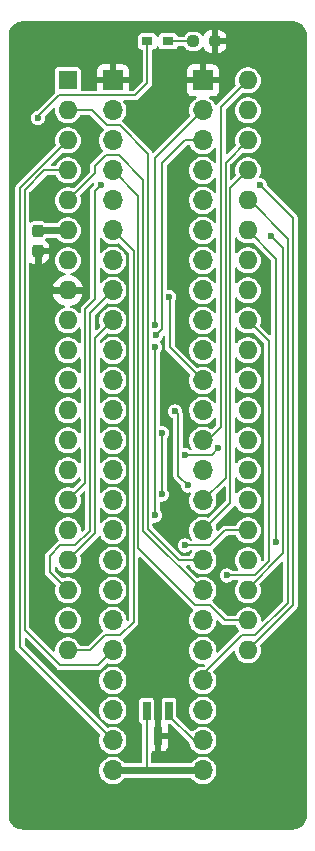
<source format=gbr>
G04 #@! TF.GenerationSoftware,KiCad,Pcbnew,8.0.4+dfsg-1*
G04 #@! TF.CreationDate,2024-12-10T09:29:33+09:00*
G04 #@! TF.ProjectId,bionic-mc68hc05c0,62696f6e-6963-42d6-9d63-363868633035,1*
G04 #@! TF.SameCoordinates,Original*
G04 #@! TF.FileFunction,Copper,L1,Top*
G04 #@! TF.FilePolarity,Positive*
%FSLAX46Y46*%
G04 Gerber Fmt 4.6, Leading zero omitted, Abs format (unit mm)*
G04 Created by KiCad (PCBNEW 8.0.4+dfsg-1) date 2024-12-10 09:29:33*
%MOMM*%
%LPD*%
G01*
G04 APERTURE LIST*
G04 Aperture macros list*
%AMRoundRect*
0 Rectangle with rounded corners*
0 $1 Rounding radius*
0 $2 $3 $4 $5 $6 $7 $8 $9 X,Y pos of 4 corners*
0 Add a 4 corners polygon primitive as box body*
4,1,4,$2,$3,$4,$5,$6,$7,$8,$9,$2,$3,0*
0 Add four circle primitives for the rounded corners*
1,1,$1+$1,$2,$3*
1,1,$1+$1,$4,$5*
1,1,$1+$1,$6,$7*
1,1,$1+$1,$8,$9*
0 Add four rect primitives between the rounded corners*
20,1,$1+$1,$2,$3,$4,$5,0*
20,1,$1+$1,$4,$5,$6,$7,0*
20,1,$1+$1,$6,$7,$8,$9,0*
20,1,$1+$1,$8,$9,$2,$3,0*%
G04 Aperture macros list end*
G04 #@! TA.AperFunction,ComponentPad*
%ADD10O,1.700000X1.700000*%
G04 #@! TD*
G04 #@! TA.AperFunction,ComponentPad*
%ADD11R,1.700000X1.700000*%
G04 #@! TD*
G04 #@! TA.AperFunction,SMDPad,CuDef*
%ADD12RoundRect,0.237500X-0.250000X-0.237500X0.250000X-0.237500X0.250000X0.237500X-0.250000X0.237500X0*%
G04 #@! TD*
G04 #@! TA.AperFunction,SMDPad,CuDef*
%ADD13RoundRect,0.237500X-0.237500X0.300000X-0.237500X-0.300000X0.237500X-0.300000X0.237500X0.300000X0*%
G04 #@! TD*
G04 #@! TA.AperFunction,SMDPad,CuDef*
%ADD14R,0.660400X1.625600*%
G04 #@! TD*
G04 #@! TA.AperFunction,ComponentPad*
%ADD15R,1.600000X1.600000*%
G04 #@! TD*
G04 #@! TA.AperFunction,ComponentPad*
%ADD16O,1.600000X1.600000*%
G04 #@! TD*
G04 #@! TA.AperFunction,SMDPad,CuDef*
%ADD17R,0.965200X0.762000*%
G04 #@! TD*
G04 #@! TA.AperFunction,ViaPad*
%ADD18C,0.600000*%
G04 #@! TD*
G04 #@! TA.AperFunction,Conductor*
%ADD19C,0.200000*%
G04 #@! TD*
G04 #@! TA.AperFunction,Conductor*
%ADD20C,0.600000*%
G04 #@! TD*
G04 APERTURE END LIST*
D10*
X117510000Y-133500000D03*
X117510000Y-130960000D03*
X117510000Y-128420000D03*
X117510000Y-125880000D03*
X117510000Y-123340000D03*
X117510000Y-120800000D03*
X117510000Y-118260000D03*
X117510000Y-115720000D03*
X117510000Y-113180000D03*
X117510000Y-110640000D03*
X117510000Y-108100000D03*
X117510000Y-105560000D03*
X117510000Y-103020000D03*
X117510000Y-100480000D03*
X117510000Y-97940000D03*
X117510000Y-95400000D03*
X117510000Y-92860000D03*
X117510000Y-90320000D03*
X117510000Y-87780000D03*
X117510000Y-85240000D03*
X117510000Y-82700000D03*
X117510000Y-80160000D03*
X117510000Y-77620000D03*
D11*
X117510000Y-75080000D03*
X109890000Y-75080000D03*
D10*
X109890000Y-77620000D03*
X109890000Y-80160000D03*
X109890000Y-82700000D03*
X109890000Y-85240000D03*
X109890000Y-87780000D03*
X109890000Y-90320000D03*
X109890000Y-92860000D03*
X109890000Y-95400000D03*
X109890000Y-97940000D03*
X109890000Y-100480000D03*
X109890000Y-103020000D03*
X109890000Y-105560000D03*
X109890000Y-108100000D03*
X109890000Y-110640000D03*
X109890000Y-113180000D03*
X109890000Y-115720000D03*
X109890000Y-118260000D03*
X109890000Y-120800000D03*
X109890000Y-123340000D03*
X109890000Y-125880000D03*
X109890000Y-128420000D03*
X109890000Y-130960000D03*
X109890000Y-133500000D03*
D12*
X116701000Y-71778000D03*
X118526000Y-71778000D03*
D13*
X103540000Y-87830800D03*
X103540000Y-89555800D03*
D14*
X114650001Y-128447000D03*
X112749999Y-128447000D03*
X113700000Y-130579000D03*
D15*
X106080000Y-75080000D03*
D16*
X106080000Y-77620000D03*
X106080000Y-80160000D03*
X106080000Y-82700000D03*
X106080000Y-85240000D03*
X106080000Y-87780000D03*
X106080000Y-90320000D03*
X106080000Y-92860000D03*
X106080000Y-95400000D03*
X106080000Y-97940000D03*
X106080000Y-100480000D03*
X106080000Y-103020000D03*
X106080000Y-105560000D03*
X106080000Y-108100000D03*
X106080000Y-110640000D03*
X106080000Y-113180000D03*
X106080000Y-115720000D03*
X106080000Y-118260000D03*
X106080000Y-120800000D03*
X106080000Y-123340000D03*
X121320000Y-123340000D03*
X121320000Y-120800000D03*
X121320000Y-118260000D03*
X121320000Y-115720000D03*
X121320000Y-113180000D03*
X121320000Y-110640000D03*
X121320000Y-108100000D03*
X121320000Y-105560000D03*
X121320000Y-103020000D03*
X121320000Y-100480000D03*
X121320000Y-97940000D03*
X121320000Y-95400000D03*
X121320000Y-92860000D03*
X121320000Y-90320000D03*
X121320000Y-87780000D03*
X121320000Y-85240000D03*
X121320000Y-82700000D03*
X121320000Y-80160000D03*
X121320000Y-77620000D03*
X121320000Y-75080000D03*
D17*
X112823700Y-71778000D03*
X114576300Y-71778000D03*
D18*
X103540000Y-78255000D03*
X122590000Y-94130000D03*
X107731000Y-119530000D03*
X113700000Y-132357000D03*
X114843000Y-99337000D03*
X103540000Y-120800000D03*
X105191000Y-128801000D03*
X114716000Y-106703000D03*
X113700000Y-120800000D03*
X120558000Y-96670000D03*
X107477000Y-91463000D03*
X107477000Y-89050000D03*
X104810000Y-96670000D03*
X105064000Y-106830000D03*
X122336000Y-106830000D03*
X115859000Y-96670000D03*
X115097000Y-111402000D03*
X103794000Y-133373000D03*
X114970000Y-88923000D03*
X122717000Y-130071000D03*
X118272000Y-86510000D03*
X119542000Y-115593000D03*
X123310800Y-88234350D03*
X122329700Y-83948400D03*
X115986000Y-114450000D03*
X115180735Y-103103735D03*
X116240000Y-109370000D03*
X116006235Y-106809765D03*
X118834000Y-106224700D03*
X114046000Y-104925000D03*
X114046000Y-110132000D03*
X119542000Y-116990000D03*
X114649000Y-93403000D03*
X113449000Y-97686000D03*
X113449000Y-111910000D03*
X108874000Y-83956200D03*
X113529735Y-96626735D03*
X113449000Y-95779157D03*
X123698000Y-114196000D03*
D19*
X105318000Y-76350000D02*
X111795000Y-76350000D01*
X103590800Y-87780000D02*
X103540000Y-87830800D01*
X103540000Y-78255000D02*
X103540000Y-78128000D01*
X112811000Y-75334000D02*
X112811000Y-71790700D01*
D20*
X112734800Y-133500000D02*
X117510000Y-133500000D01*
D19*
X112811000Y-71790700D02*
X112823700Y-71778000D01*
D20*
X103540000Y-87780000D02*
X106080000Y-87780000D01*
X109890000Y-133500000D02*
X112734800Y-133500000D01*
D19*
X112749999Y-133484801D02*
X112734800Y-133500000D01*
X111795000Y-76350000D02*
X112811000Y-75334000D01*
X112749999Y-128447000D02*
X112749999Y-133484801D01*
X103540000Y-78128000D02*
X105318000Y-76350000D01*
D20*
X103540000Y-89555800D02*
X103540000Y-91590000D01*
X104810000Y-92860000D02*
X107477000Y-92860000D01*
X103540000Y-91590000D02*
X104810000Y-92860000D01*
D19*
X114576300Y-71778000D02*
X116701000Y-71778000D01*
X123310800Y-88234350D02*
X124330000Y-89253550D01*
X124330000Y-89253550D02*
X124330000Y-115123000D01*
X124330000Y-115123000D02*
X121320000Y-118133000D01*
X121320000Y-118133000D02*
X121320000Y-118260000D01*
X116875000Y-119530000D02*
X112049000Y-114704000D01*
X112049000Y-84859000D02*
X109890000Y-82700000D01*
X112049000Y-114704000D02*
X112049000Y-84859000D01*
X121320000Y-120800000D02*
X119415000Y-120800000D01*
X119415000Y-120800000D02*
X118145000Y-119530000D01*
X118145000Y-119530000D02*
X116875000Y-119530000D01*
X125130000Y-119530000D02*
X121320000Y-123340000D01*
X122329700Y-83948400D02*
X125130000Y-86748700D01*
X125130000Y-86748700D02*
X125130000Y-119530000D01*
X107985000Y-123340000D02*
X106080000Y-123340000D01*
X109255000Y-122070000D02*
X107985000Y-123340000D01*
X110525000Y-122070000D02*
X109255000Y-122070000D01*
X111649000Y-89539000D02*
X111649000Y-120946000D01*
X111649000Y-120946000D02*
X110525000Y-122070000D01*
X109890000Y-87780000D02*
X111649000Y-89539000D01*
X104556000Y-115339000D02*
X105445000Y-114450000D01*
X104556000Y-116736000D02*
X104556000Y-115339000D01*
X106715000Y-114450000D02*
X107966000Y-113199000D01*
X107966000Y-113199000D02*
X107966000Y-94784000D01*
X107966000Y-94784000D02*
X109890000Y-92860000D01*
X105445000Y-114450000D02*
X106715000Y-114450000D01*
X106080000Y-118260000D02*
X104556000Y-116736000D01*
X108366000Y-113434000D02*
X108366000Y-96924000D01*
X108366000Y-96924000D02*
X109890000Y-95400000D01*
X106080000Y-115720000D02*
X108366000Y-113434000D01*
X119415000Y-113180000D02*
X121320000Y-113180000D01*
X115986000Y-114450000D02*
X118145000Y-114450000D01*
X118145000Y-114450000D02*
X119415000Y-113180000D01*
X115406235Y-108536235D02*
X116240000Y-109370000D01*
X115180735Y-103103735D02*
X115406235Y-103329235D01*
X115406235Y-103329235D02*
X115406235Y-108536235D01*
X118248935Y-106809765D02*
X118834000Y-106224700D01*
X116006235Y-106809765D02*
X118248935Y-106809765D01*
X114046000Y-110132000D02*
X114081000Y-110097000D01*
X114081000Y-110097000D02*
X114081000Y-104960000D01*
X114081000Y-104960000D02*
X114046000Y-104925000D01*
X123098000Y-115789314D02*
X123098000Y-97178000D01*
X121897314Y-116990000D02*
X123098000Y-115789314D01*
X119542000Y-116990000D02*
X121897314Y-116990000D01*
X123098000Y-97178000D02*
X121320000Y-95400000D01*
X102416000Y-84389686D02*
X104105686Y-82700000D01*
X105445000Y-124610000D02*
X102416000Y-121581000D01*
X102416000Y-121581000D02*
X102416000Y-84389686D01*
X104105686Y-82700000D02*
X106080000Y-82700000D01*
X108620000Y-124610000D02*
X105445000Y-124610000D01*
X109890000Y-123340000D02*
X108620000Y-124610000D01*
X102016000Y-123086000D02*
X102016000Y-84224000D01*
X109890000Y-130960000D02*
X102016000Y-123086000D01*
X102016000Y-84224000D02*
X106080000Y-80160000D01*
X117510000Y-130960000D02*
X116748000Y-130960000D01*
X116748000Y-130960000D02*
X114650001Y-128862001D01*
X114650001Y-128862001D02*
X114650001Y-128447000D01*
X121320000Y-85240000D02*
X121499700Y-85240000D01*
X121499700Y-85240000D02*
X124730000Y-88470300D01*
X117510000Y-125372000D02*
X117510000Y-125880000D01*
X120812000Y-122070000D02*
X117510000Y-125372000D01*
X121955000Y-122070000D02*
X120812000Y-122070000D01*
X124730000Y-88470300D02*
X124730000Y-119295000D01*
X124730000Y-119295000D02*
X121955000Y-122070000D01*
X112449000Y-83481000D02*
X112449000Y-113199000D01*
X109293100Y-81430000D02*
X110398000Y-81430000D01*
X112449000Y-113199000D02*
X117510000Y-118260000D01*
X106080000Y-85240000D02*
X108366000Y-82954000D01*
X108366000Y-82357100D02*
X109293100Y-81430000D01*
X110398000Y-81430000D02*
X112449000Y-83481000D01*
X108366000Y-82954000D02*
X108366000Y-82357100D01*
X117510000Y-115720000D02*
X115535686Y-115720000D01*
X115535686Y-115720000D02*
X112849000Y-113033314D01*
X109382000Y-78890000D02*
X108112000Y-77620000D01*
X110461500Y-78890000D02*
X109382000Y-78890000D01*
X112849000Y-113033314D02*
X112849000Y-81277500D01*
X108112000Y-77620000D02*
X106080000Y-77620000D01*
X112849000Y-81277500D02*
X110461500Y-78890000D01*
X119834000Y-84186000D02*
X121320000Y-82700000D01*
X117510000Y-113180000D02*
X119834000Y-110856000D01*
X119834000Y-110856000D02*
X119834000Y-84186000D01*
X119434000Y-108716000D02*
X119434000Y-82046000D01*
X119434000Y-82046000D02*
X121320000Y-80160000D01*
X117510000Y-110640000D02*
X119434000Y-108716000D01*
X117510000Y-105560000D02*
X117908600Y-105560000D01*
X119034000Y-104434600D02*
X119034000Y-77366000D01*
X119034000Y-77366000D02*
X121320000Y-75080000D01*
X117908600Y-105560000D02*
X119034000Y-104434600D01*
X114649000Y-93403000D02*
X114716000Y-93470000D01*
X114716000Y-93470000D02*
X114716000Y-97686000D01*
X114716000Y-97686000D02*
X117510000Y-100480000D01*
X113449000Y-97686000D02*
X113446000Y-97689000D01*
X113446000Y-111907000D02*
X113449000Y-111910000D01*
X113446000Y-97689000D02*
X113446000Y-111907000D01*
X107566000Y-94422000D02*
X107566000Y-109154000D01*
X108366000Y-93622000D02*
X107566000Y-94422000D01*
X108366000Y-84464200D02*
X108366000Y-93622000D01*
X107566000Y-109154000D02*
X106080000Y-110640000D01*
X108874000Y-83956200D02*
X108366000Y-84464200D01*
X114049000Y-82097000D02*
X115986000Y-80160000D01*
X113529735Y-96626735D02*
X114049000Y-96107470D01*
X115986000Y-80160000D02*
X117510000Y-80160000D01*
X114049000Y-96107470D02*
X114049000Y-82097000D01*
X113446000Y-81684000D02*
X117510000Y-77620000D01*
X113449000Y-95779157D02*
X113446000Y-95776157D01*
X113446000Y-95776157D02*
X113446000Y-81684000D01*
X123698000Y-90158000D02*
X121320000Y-87780000D01*
X123698000Y-114196000D02*
X123698000Y-90158000D01*
G04 #@! TA.AperFunction,Conductor*
G36*
X120412501Y-96024427D02*
G01*
X120503236Y-96144579D01*
X120653959Y-96281981D01*
X120827363Y-96389348D01*
X121017544Y-96463024D01*
X121218024Y-96500500D01*
X121421976Y-96500500D01*
X121622456Y-96463024D01*
X121702258Y-96432107D01*
X121763350Y-96428717D01*
X121808026Y-96454418D01*
X122668504Y-97314896D01*
X122696281Y-97369413D01*
X122697500Y-97384900D01*
X122697500Y-115582413D01*
X122678593Y-115640604D01*
X122668503Y-115652417D01*
X122589237Y-115731682D01*
X122534720Y-115759459D01*
X122474288Y-115749887D01*
X122431024Y-115706623D01*
X122420657Y-115670817D01*
X122406397Y-115516917D01*
X122350582Y-115320750D01*
X122259673Y-115138179D01*
X122136764Y-114975421D01*
X121986041Y-114838019D01*
X121812637Y-114730652D01*
X121622456Y-114656976D01*
X121622455Y-114656975D01*
X121622453Y-114656975D01*
X121421976Y-114619500D01*
X121218024Y-114619500D01*
X121017546Y-114656975D01*
X120947632Y-114684059D01*
X120827363Y-114730652D01*
X120677881Y-114823207D01*
X120653959Y-114838019D01*
X120523326Y-114957107D01*
X120503236Y-114975421D01*
X120477757Y-115009161D01*
X120380328Y-115138177D01*
X120380323Y-115138186D01*
X120298450Y-115302611D01*
X120289418Y-115320750D01*
X120233603Y-115516917D01*
X120214785Y-115720000D01*
X120233603Y-115923083D01*
X120289418Y-116119250D01*
X120380327Y-116301821D01*
X120477759Y-116430842D01*
X120497737Y-116488670D01*
X120479908Y-116547201D01*
X120431082Y-116584073D01*
X120398754Y-116589500D01*
X120039071Y-116589500D01*
X119980880Y-116570593D01*
X119972312Y-116563276D01*
X119887766Y-116498402D01*
X119844841Y-116465464D01*
X119844840Y-116465463D01*
X119844838Y-116465462D01*
X119698766Y-116404957D01*
X119698758Y-116404955D01*
X119542001Y-116384318D01*
X119541999Y-116384318D01*
X119385241Y-116404955D01*
X119385233Y-116404957D01*
X119239161Y-116465462D01*
X119239160Y-116465462D01*
X119113723Y-116561713D01*
X119113719Y-116561716D01*
X119113718Y-116561718D01*
X119113716Y-116561721D01*
X119017462Y-116687160D01*
X119017462Y-116687161D01*
X118956957Y-116833233D01*
X118956955Y-116833241D01*
X118936318Y-116989999D01*
X118936318Y-116990000D01*
X118956955Y-117146758D01*
X118956957Y-117146766D01*
X119017462Y-117292838D01*
X119017462Y-117292839D01*
X119113713Y-117418276D01*
X119113718Y-117418282D01*
X119239159Y-117514536D01*
X119239160Y-117514536D01*
X119239161Y-117514537D01*
X119322751Y-117549161D01*
X119385238Y-117575044D01*
X119502809Y-117590522D01*
X119541999Y-117595682D01*
X119542000Y-117595682D01*
X119542001Y-117595682D01*
X119573352Y-117591554D01*
X119698762Y-117575044D01*
X119844841Y-117514536D01*
X119970282Y-117418282D01*
X119970281Y-117418282D01*
X119975430Y-117414332D01*
X119976490Y-117415713D01*
X120023584Y-117391719D01*
X120039071Y-117390500D01*
X120398754Y-117390500D01*
X120456945Y-117409407D01*
X120492909Y-117458907D01*
X120492909Y-117520093D01*
X120477760Y-117549155D01*
X120442626Y-117595682D01*
X120380328Y-117678177D01*
X120380323Y-117678186D01*
X120298450Y-117842611D01*
X120289418Y-117860750D01*
X120233603Y-118056917D01*
X120214785Y-118260000D01*
X120233603Y-118463083D01*
X120289418Y-118659250D01*
X120380327Y-118841821D01*
X120503236Y-119004579D01*
X120653959Y-119141981D01*
X120827363Y-119249348D01*
X121017544Y-119323024D01*
X121218024Y-119360500D01*
X121421976Y-119360500D01*
X121622456Y-119323024D01*
X121812637Y-119249348D01*
X121986041Y-119141981D01*
X122136764Y-119004579D01*
X122259673Y-118841821D01*
X122350582Y-118659250D01*
X122406397Y-118463083D01*
X122425215Y-118260000D01*
X122406397Y-118056917D01*
X122350582Y-117860750D01*
X122318527Y-117796375D01*
X122309515Y-117735861D01*
X122337143Y-117682248D01*
X124160497Y-115858895D01*
X124215013Y-115831119D01*
X124275445Y-115840690D01*
X124318710Y-115883955D01*
X124329500Y-115928900D01*
X124329500Y-119088099D01*
X124310593Y-119146290D01*
X124300504Y-119158103D01*
X122594130Y-120864476D01*
X122539613Y-120892253D01*
X122479181Y-120882682D01*
X122435916Y-120839417D01*
X122425548Y-120803606D01*
X122425214Y-120800006D01*
X122425215Y-120800000D01*
X122406397Y-120596917D01*
X122350582Y-120400750D01*
X122259673Y-120218179D01*
X122136764Y-120055421D01*
X121986041Y-119918019D01*
X121812637Y-119810652D01*
X121622456Y-119736976D01*
X121622455Y-119736975D01*
X121622453Y-119736975D01*
X121421976Y-119699500D01*
X121218024Y-119699500D01*
X121017546Y-119736975D01*
X120947632Y-119764059D01*
X120827363Y-119810652D01*
X120718676Y-119877948D01*
X120653959Y-119918019D01*
X120503237Y-120055420D01*
X120380328Y-120218177D01*
X120380323Y-120218186D01*
X120317363Y-120344628D01*
X120274500Y-120388291D01*
X120228742Y-120399500D01*
X119621901Y-120399500D01*
X119563710Y-120380593D01*
X119551897Y-120370504D01*
X118992045Y-119810652D01*
X118390913Y-119209520D01*
X118390910Y-119209518D01*
X118376680Y-119201302D01*
X118335739Y-119155831D01*
X118329345Y-119094981D01*
X118359489Y-119042401D01*
X118363872Y-119038407D01*
X118492366Y-118868255D01*
X118587405Y-118677389D01*
X118645756Y-118472310D01*
X118665429Y-118260000D01*
X118645756Y-118047690D01*
X118587405Y-117842611D01*
X118492366Y-117651745D01*
X118363872Y-117481593D01*
X118265286Y-117391719D01*
X118206307Y-117337952D01*
X118206300Y-117337946D01*
X118025024Y-117225705D01*
X118025019Y-117225702D01*
X117939657Y-117192633D01*
X117826198Y-117148679D01*
X117826197Y-117148678D01*
X117826195Y-117148678D01*
X117616610Y-117109500D01*
X117403390Y-117109500D01*
X117193802Y-117148678D01*
X117089091Y-117189243D01*
X117028000Y-117192633D01*
X116983325Y-117166932D01*
X116105897Y-116289504D01*
X116078120Y-116234987D01*
X116087691Y-116174555D01*
X116130956Y-116131290D01*
X116175901Y-116120500D01*
X116362887Y-116120500D01*
X116421078Y-116139407D01*
X116451508Y-116175372D01*
X116508338Y-116289504D01*
X116527634Y-116328255D01*
X116656128Y-116498407D01*
X116706784Y-116544586D01*
X116813692Y-116642047D01*
X116813699Y-116642053D01*
X116880272Y-116683273D01*
X116994981Y-116754298D01*
X117193802Y-116831321D01*
X117403390Y-116870500D01*
X117616610Y-116870500D01*
X117826198Y-116831321D01*
X118025019Y-116754298D01*
X118206302Y-116642052D01*
X118363872Y-116498407D01*
X118492366Y-116328255D01*
X118587405Y-116137389D01*
X118645756Y-115932310D01*
X118665429Y-115720000D01*
X118645756Y-115507690D01*
X118587405Y-115302611D01*
X118492366Y-115111745D01*
X118363872Y-114941593D01*
X118359485Y-114937593D01*
X118329220Y-114884422D01*
X118335989Y-114823612D01*
X118376681Y-114778696D01*
X118390913Y-114770480D01*
X119551897Y-113609496D01*
X119606414Y-113581719D01*
X119621901Y-113580500D01*
X120228742Y-113580500D01*
X120286933Y-113599407D01*
X120317362Y-113635371D01*
X120380327Y-113761821D01*
X120503236Y-113924579D01*
X120653959Y-114061981D01*
X120827363Y-114169348D01*
X121017544Y-114243024D01*
X121218024Y-114280500D01*
X121421976Y-114280500D01*
X121622456Y-114243024D01*
X121812637Y-114169348D01*
X121986041Y-114061981D01*
X122136764Y-113924579D01*
X122259673Y-113761821D01*
X122350582Y-113579250D01*
X122406397Y-113383083D01*
X122425215Y-113180000D01*
X122406397Y-112976917D01*
X122350582Y-112780750D01*
X122259673Y-112598179D01*
X122136764Y-112435421D01*
X121986041Y-112298019D01*
X121812637Y-112190652D01*
X121622456Y-112116976D01*
X121622455Y-112116975D01*
X121622453Y-112116975D01*
X121421976Y-112079500D01*
X121218024Y-112079500D01*
X121017546Y-112116975D01*
X120977353Y-112132546D01*
X120827363Y-112190652D01*
X120718676Y-112257948D01*
X120653959Y-112298019D01*
X120503237Y-112435420D01*
X120380328Y-112598177D01*
X120380323Y-112598186D01*
X120317363Y-112724628D01*
X120274500Y-112768291D01*
X120228742Y-112779500D01*
X119467727Y-112779500D01*
X119362273Y-112779500D01*
X119299929Y-112796204D01*
X119260407Y-112806794D01*
X119169091Y-112859516D01*
X119169086Y-112859520D01*
X118830085Y-113198520D01*
X118775569Y-113226297D01*
X118715137Y-113216726D01*
X118671872Y-113173461D01*
X118661505Y-113137653D01*
X118645756Y-112967690D01*
X118587405Y-112762611D01*
X118587401Y-112762604D01*
X118585752Y-112758344D01*
X118587132Y-112757809D01*
X118579019Y-112703364D01*
X118606648Y-112649743D01*
X120154480Y-111101913D01*
X120154483Y-111101907D01*
X120158431Y-111096764D01*
X120160892Y-111098653D01*
X120196821Y-111066194D01*
X120257660Y-111059696D01*
X120310700Y-111090199D01*
X120325861Y-111112439D01*
X120380323Y-111221813D01*
X120380327Y-111221821D01*
X120503236Y-111384579D01*
X120653959Y-111521981D01*
X120827363Y-111629348D01*
X121017544Y-111703024D01*
X121218024Y-111740500D01*
X121421976Y-111740500D01*
X121622456Y-111703024D01*
X121812637Y-111629348D01*
X121986041Y-111521981D01*
X122136764Y-111384579D01*
X122259673Y-111221821D01*
X122350582Y-111039250D01*
X122406397Y-110843083D01*
X122425215Y-110640000D01*
X122406397Y-110436917D01*
X122350582Y-110240750D01*
X122259673Y-110058179D01*
X122136764Y-109895421D01*
X121986041Y-109758019D01*
X121812637Y-109650652D01*
X121622456Y-109576976D01*
X121622455Y-109576975D01*
X121622453Y-109576975D01*
X121421976Y-109539500D01*
X121218024Y-109539500D01*
X121017546Y-109576975D01*
X121017541Y-109576977D01*
X120827363Y-109650652D01*
X120718676Y-109717948D01*
X120653959Y-109758019D01*
X120503234Y-109895423D01*
X120412503Y-110015570D01*
X120362347Y-110050613D01*
X120301172Y-110049482D01*
X120252345Y-110012609D01*
X120234500Y-109955909D01*
X120234500Y-108784090D01*
X120253407Y-108725899D01*
X120302907Y-108689935D01*
X120364093Y-108689935D01*
X120412501Y-108724427D01*
X120503236Y-108844579D01*
X120653959Y-108981981D01*
X120827363Y-109089348D01*
X121017544Y-109163024D01*
X121218024Y-109200500D01*
X121421976Y-109200500D01*
X121622456Y-109163024D01*
X121812637Y-109089348D01*
X121986041Y-108981981D01*
X122136764Y-108844579D01*
X122259673Y-108681821D01*
X122350582Y-108499250D01*
X122406397Y-108303083D01*
X122425215Y-108100000D01*
X122406397Y-107896917D01*
X122350582Y-107700750D01*
X122259673Y-107518179D01*
X122136764Y-107355421D01*
X121986041Y-107218019D01*
X121812637Y-107110652D01*
X121622456Y-107036976D01*
X121622455Y-107036975D01*
X121622453Y-107036975D01*
X121421976Y-106999500D01*
X121218024Y-106999500D01*
X121017546Y-107036975D01*
X120947632Y-107064059D01*
X120827363Y-107110652D01*
X120653959Y-107218019D01*
X120526403Y-107334302D01*
X120503234Y-107355423D01*
X120412503Y-107475570D01*
X120362347Y-107510613D01*
X120301172Y-107509482D01*
X120252345Y-107472609D01*
X120234500Y-107415909D01*
X120234500Y-106244090D01*
X120253407Y-106185899D01*
X120302907Y-106149935D01*
X120364093Y-106149935D01*
X120412501Y-106184427D01*
X120503236Y-106304579D01*
X120653959Y-106441981D01*
X120827363Y-106549348D01*
X121017544Y-106623024D01*
X121218024Y-106660500D01*
X121421976Y-106660500D01*
X121622456Y-106623024D01*
X121812637Y-106549348D01*
X121986041Y-106441981D01*
X122136764Y-106304579D01*
X122259673Y-106141821D01*
X122350582Y-105959250D01*
X122406397Y-105763083D01*
X122425215Y-105560000D01*
X122406397Y-105356917D01*
X122350582Y-105160750D01*
X122259673Y-104978179D01*
X122136764Y-104815421D01*
X121986041Y-104678019D01*
X121812637Y-104570652D01*
X121622456Y-104496976D01*
X121622455Y-104496975D01*
X121622453Y-104496975D01*
X121421976Y-104459500D01*
X121218024Y-104459500D01*
X121017546Y-104496975D01*
X120947632Y-104524059D01*
X120827363Y-104570652D01*
X120718676Y-104637948D01*
X120653959Y-104678019D01*
X120503234Y-104815423D01*
X120412503Y-104935570D01*
X120362347Y-104970613D01*
X120301172Y-104969482D01*
X120252345Y-104932609D01*
X120234500Y-104875909D01*
X120234500Y-103704090D01*
X120253407Y-103645899D01*
X120302907Y-103609935D01*
X120364093Y-103609935D01*
X120412501Y-103644427D01*
X120503236Y-103764579D01*
X120653959Y-103901981D01*
X120827363Y-104009348D01*
X121017544Y-104083024D01*
X121218024Y-104120500D01*
X121421976Y-104120500D01*
X121622456Y-104083024D01*
X121812637Y-104009348D01*
X121986041Y-103901981D01*
X122136764Y-103764579D01*
X122259673Y-103601821D01*
X122350582Y-103419250D01*
X122406397Y-103223083D01*
X122425215Y-103020000D01*
X122406397Y-102816917D01*
X122350582Y-102620750D01*
X122259673Y-102438179D01*
X122136764Y-102275421D01*
X121986041Y-102138019D01*
X121812637Y-102030652D01*
X121622456Y-101956976D01*
X121622455Y-101956975D01*
X121622453Y-101956975D01*
X121421976Y-101919500D01*
X121218024Y-101919500D01*
X121017546Y-101956975D01*
X120947632Y-101984059D01*
X120827363Y-102030652D01*
X120718676Y-102097948D01*
X120653959Y-102138019D01*
X120503234Y-102275423D01*
X120412503Y-102395570D01*
X120362347Y-102430613D01*
X120301172Y-102429482D01*
X120252345Y-102392609D01*
X120234500Y-102335909D01*
X120234500Y-101164090D01*
X120253407Y-101105899D01*
X120302907Y-101069935D01*
X120364093Y-101069935D01*
X120412501Y-101104427D01*
X120503236Y-101224579D01*
X120653959Y-101361981D01*
X120827363Y-101469348D01*
X121017544Y-101543024D01*
X121218024Y-101580500D01*
X121421976Y-101580500D01*
X121622456Y-101543024D01*
X121812637Y-101469348D01*
X121986041Y-101361981D01*
X122136764Y-101224579D01*
X122259673Y-101061821D01*
X122350582Y-100879250D01*
X122406397Y-100683083D01*
X122425215Y-100480000D01*
X122406397Y-100276917D01*
X122350582Y-100080750D01*
X122259673Y-99898179D01*
X122136764Y-99735421D01*
X121986041Y-99598019D01*
X121812637Y-99490652D01*
X121622456Y-99416976D01*
X121622455Y-99416975D01*
X121622453Y-99416975D01*
X121421976Y-99379500D01*
X121218024Y-99379500D01*
X121017546Y-99416975D01*
X120977353Y-99432546D01*
X120827363Y-99490652D01*
X120718676Y-99557948D01*
X120653959Y-99598019D01*
X120503234Y-99735423D01*
X120412503Y-99855570D01*
X120362347Y-99890613D01*
X120301172Y-99889482D01*
X120252345Y-99852609D01*
X120234500Y-99795909D01*
X120234500Y-98624090D01*
X120253407Y-98565899D01*
X120302907Y-98529935D01*
X120364093Y-98529935D01*
X120412501Y-98564427D01*
X120503236Y-98684579D01*
X120653959Y-98821981D01*
X120827363Y-98929348D01*
X121017544Y-99003024D01*
X121218024Y-99040500D01*
X121421976Y-99040500D01*
X121622456Y-99003024D01*
X121812637Y-98929348D01*
X121986041Y-98821981D01*
X122136764Y-98684579D01*
X122259673Y-98521821D01*
X122350582Y-98339250D01*
X122406397Y-98143083D01*
X122425215Y-97940000D01*
X122406397Y-97736917D01*
X122350582Y-97540750D01*
X122259673Y-97358179D01*
X122136764Y-97195421D01*
X121986041Y-97058019D01*
X121812637Y-96950652D01*
X121622456Y-96876976D01*
X121622455Y-96876975D01*
X121622453Y-96876975D01*
X121421976Y-96839500D01*
X121218024Y-96839500D01*
X121017546Y-96876975D01*
X120947632Y-96904059D01*
X120827363Y-96950652D01*
X120653959Y-97058019D01*
X120523924Y-97176562D01*
X120503234Y-97195423D01*
X120412503Y-97315570D01*
X120362347Y-97350613D01*
X120301172Y-97349482D01*
X120252345Y-97312609D01*
X120234500Y-97255909D01*
X120234500Y-96084090D01*
X120253407Y-96025899D01*
X120302907Y-95989935D01*
X120364093Y-95989935D01*
X120412501Y-96024427D01*
G37*
G04 #@! TD.AperFunction*
G04 #@! TA.AperFunction,Conductor*
G36*
X114259120Y-96679960D02*
G01*
X114303503Y-96722077D01*
X114315500Y-96769316D01*
X114315500Y-97633273D01*
X114315500Y-97738727D01*
X114339570Y-97828559D01*
X114342794Y-97840592D01*
X114395516Y-97931908D01*
X114395517Y-97931909D01*
X114395518Y-97931910D01*
X114395520Y-97931913D01*
X115437901Y-98974294D01*
X116413348Y-99949741D01*
X116441125Y-100004258D01*
X116432904Y-100057818D01*
X116434249Y-100058339D01*
X116432598Y-100062598D01*
X116374244Y-100267688D01*
X116374244Y-100267690D01*
X116354571Y-100480000D01*
X116374244Y-100692310D01*
X116432595Y-100897389D01*
X116527634Y-101088255D01*
X116656128Y-101258407D01*
X116656135Y-101258413D01*
X116813692Y-101402047D01*
X116813699Y-101402053D01*
X116917389Y-101466255D01*
X116994981Y-101514298D01*
X117193802Y-101591321D01*
X117403390Y-101630500D01*
X117616610Y-101630500D01*
X117826198Y-101591321D01*
X118025019Y-101514298D01*
X118206302Y-101402052D01*
X118363872Y-101258407D01*
X118455498Y-101137075D01*
X118505653Y-101102034D01*
X118566827Y-101103165D01*
X118615654Y-101140037D01*
X118633500Y-101196738D01*
X118633500Y-102303261D01*
X118614593Y-102361452D01*
X118565093Y-102397416D01*
X118503907Y-102397416D01*
X118455497Y-102362922D01*
X118363880Y-102241603D01*
X118363877Y-102241600D01*
X118363872Y-102241593D01*
X118309623Y-102192139D01*
X118206307Y-102097952D01*
X118206300Y-102097946D01*
X118025024Y-101985705D01*
X118025019Y-101985702D01*
X117826195Y-101908678D01*
X117616610Y-101869500D01*
X117403390Y-101869500D01*
X117193804Y-101908678D01*
X116994980Y-101985702D01*
X116994975Y-101985705D01*
X116813699Y-102097946D01*
X116813692Y-102097952D01*
X116656135Y-102241586D01*
X116656131Y-102241589D01*
X116656128Y-102241593D01*
X116656125Y-102241597D01*
X116527635Y-102411743D01*
X116527630Y-102411752D01*
X116432596Y-102602608D01*
X116374244Y-102807688D01*
X116354571Y-103020000D01*
X116374244Y-103232311D01*
X116386820Y-103276509D01*
X116432595Y-103437389D01*
X116527634Y-103628255D01*
X116656128Y-103798407D01*
X116656135Y-103798413D01*
X116813692Y-103942047D01*
X116813699Y-103942053D01*
X116917389Y-104006255D01*
X116994981Y-104054298D01*
X117193802Y-104131321D01*
X117403390Y-104170500D01*
X117616610Y-104170500D01*
X117826198Y-104131321D01*
X118025019Y-104054298D01*
X118206302Y-103942052D01*
X118363872Y-103798407D01*
X118455498Y-103677075D01*
X118505653Y-103642034D01*
X118566827Y-103643165D01*
X118615654Y-103680037D01*
X118633500Y-103736738D01*
X118633500Y-104227699D01*
X118614593Y-104285890D01*
X118604503Y-104297703D01*
X118297544Y-104604661D01*
X118243028Y-104632438D01*
X118182596Y-104622867D01*
X118175424Y-104618829D01*
X118152542Y-104604661D01*
X118025019Y-104525702D01*
X117826198Y-104448679D01*
X117826197Y-104448678D01*
X117826195Y-104448678D01*
X117616610Y-104409500D01*
X117403390Y-104409500D01*
X117193804Y-104448678D01*
X116994980Y-104525702D01*
X116994975Y-104525705D01*
X116813699Y-104637946D01*
X116813692Y-104637952D01*
X116656135Y-104781586D01*
X116656131Y-104781589D01*
X116656128Y-104781593D01*
X116656125Y-104781597D01*
X116527635Y-104951743D01*
X116527630Y-104951752D01*
X116432596Y-105142608D01*
X116374244Y-105347688D01*
X116370721Y-105385713D01*
X116354571Y-105560000D01*
X116374244Y-105772310D01*
X116432595Y-105977389D01*
X116527634Y-106168255D01*
X116584902Y-106244090D01*
X116589822Y-106250604D01*
X116609801Y-106308435D01*
X116591972Y-106366966D01*
X116543146Y-106403838D01*
X116510818Y-106409265D01*
X116503306Y-106409265D01*
X116445115Y-106390358D01*
X116436547Y-106383041D01*
X116378372Y-106338402D01*
X116309076Y-106285229D01*
X116309075Y-106285228D01*
X116309073Y-106285227D01*
X116163001Y-106224722D01*
X116162993Y-106224720D01*
X116006236Y-106204083D01*
X116006233Y-106204083D01*
X115918656Y-106215612D01*
X115858496Y-106204462D01*
X115816379Y-106160079D01*
X115806735Y-106117459D01*
X115806735Y-103276509D01*
X115806735Y-103276508D01*
X115782955Y-103187758D01*
X115780429Y-103149212D01*
X115786417Y-103103735D01*
X115765779Y-102946973D01*
X115705272Y-102800896D01*
X115705272Y-102800895D01*
X115609021Y-102675458D01*
X115609020Y-102675457D01*
X115609017Y-102675453D01*
X115609012Y-102675449D01*
X115609011Y-102675448D01*
X115483573Y-102579197D01*
X115337501Y-102518692D01*
X115337493Y-102518690D01*
X115180736Y-102498053D01*
X115180734Y-102498053D01*
X115023976Y-102518690D01*
X115023968Y-102518692D01*
X114877896Y-102579197D01*
X114877895Y-102579197D01*
X114752458Y-102675448D01*
X114752448Y-102675458D01*
X114656197Y-102800895D01*
X114656197Y-102800896D01*
X114595692Y-102946968D01*
X114595690Y-102946976D01*
X114575053Y-103103734D01*
X114575053Y-103103735D01*
X114595690Y-103260493D01*
X114595692Y-103260501D01*
X114656197Y-103406573D01*
X114656197Y-103406574D01*
X114679844Y-103437391D01*
X114752453Y-103532017D01*
X114877894Y-103628271D01*
X114944623Y-103655911D01*
X114991146Y-103695645D01*
X115005735Y-103747373D01*
X115005735Y-108483508D01*
X115005735Y-108588962D01*
X115029805Y-108678794D01*
X115033029Y-108690827D01*
X115085751Y-108782143D01*
X115085753Y-108782145D01*
X115085755Y-108782148D01*
X115605323Y-109301716D01*
X115633099Y-109356231D01*
X115633981Y-109367447D01*
X115654955Y-109526758D01*
X115654957Y-109526766D01*
X115715462Y-109672838D01*
X115715462Y-109672839D01*
X115780823Y-109758019D01*
X115811718Y-109798282D01*
X115937159Y-109894536D01*
X115937160Y-109894536D01*
X115937161Y-109894537D01*
X115939300Y-109895423D01*
X116083238Y-109955044D01*
X116200809Y-109970522D01*
X116239999Y-109975682D01*
X116240000Y-109975682D01*
X116393204Y-109955512D01*
X116453363Y-109966662D01*
X116495481Y-110011044D01*
X116503467Y-110071706D01*
X116494746Y-110097793D01*
X116432596Y-110222608D01*
X116374244Y-110427688D01*
X116373581Y-110434841D01*
X116354571Y-110640000D01*
X116374244Y-110852310D01*
X116432595Y-111057389D01*
X116527634Y-111248255D01*
X116656128Y-111418407D01*
X116699667Y-111458098D01*
X116813692Y-111562047D01*
X116813699Y-111562053D01*
X116886548Y-111607159D01*
X116994981Y-111674298D01*
X117193802Y-111751321D01*
X117403390Y-111790500D01*
X117616610Y-111790500D01*
X117826198Y-111751321D01*
X118025019Y-111674298D01*
X118206302Y-111562052D01*
X118363872Y-111418407D01*
X118492366Y-111248255D01*
X118587405Y-111057389D01*
X118645756Y-110852310D01*
X118665429Y-110640000D01*
X118645756Y-110427690D01*
X118587405Y-110222611D01*
X118587401Y-110222604D01*
X118585752Y-110218344D01*
X118587132Y-110217809D01*
X118579019Y-110163364D01*
X118606648Y-110109743D01*
X119264497Y-109451895D01*
X119319013Y-109424119D01*
X119379445Y-109433690D01*
X119422710Y-109476955D01*
X119433500Y-109521900D01*
X119433500Y-110649098D01*
X119414593Y-110707289D01*
X119404504Y-110719102D01*
X118036673Y-112086932D01*
X117982156Y-112114709D01*
X117930907Y-112109243D01*
X117826198Y-112068679D01*
X117826197Y-112068678D01*
X117826195Y-112068678D01*
X117616610Y-112029500D01*
X117403390Y-112029500D01*
X117193804Y-112068678D01*
X116994980Y-112145702D01*
X116994975Y-112145705D01*
X116813699Y-112257946D01*
X116813692Y-112257952D01*
X116656135Y-112401586D01*
X116656131Y-112401589D01*
X116656128Y-112401593D01*
X116656125Y-112401597D01*
X116527635Y-112571743D01*
X116527630Y-112571752D01*
X116432596Y-112762608D01*
X116374244Y-112967688D01*
X116358495Y-113137650D01*
X116354571Y-113180000D01*
X116374244Y-113392310D01*
X116432595Y-113597389D01*
X116527634Y-113788255D01*
X116585557Y-113864957D01*
X116605103Y-113890839D01*
X116625082Y-113948670D01*
X116607253Y-114007201D01*
X116558427Y-114044073D01*
X116526099Y-114049500D01*
X116483071Y-114049500D01*
X116424880Y-114030593D01*
X116416312Y-114023276D01*
X116392365Y-114004901D01*
X116288841Y-113925464D01*
X116288840Y-113925463D01*
X116288838Y-113925462D01*
X116142766Y-113864957D01*
X116142758Y-113864955D01*
X115986001Y-113844318D01*
X115985999Y-113844318D01*
X115829241Y-113864955D01*
X115829233Y-113864957D01*
X115683161Y-113925462D01*
X115683160Y-113925462D01*
X115557723Y-114021713D01*
X115557719Y-114021716D01*
X115557718Y-114021718D01*
X115557716Y-114021721D01*
X115461462Y-114147160D01*
X115461462Y-114147161D01*
X115400957Y-114293233D01*
X115400955Y-114293241D01*
X115380318Y-114449999D01*
X115380318Y-114450000D01*
X115400955Y-114606758D01*
X115400957Y-114606766D01*
X115461462Y-114752838D01*
X115461462Y-114752839D01*
X115557713Y-114878276D01*
X115557718Y-114878282D01*
X115683159Y-114974536D01*
X115683160Y-114974536D01*
X115683161Y-114974537D01*
X115711084Y-114986103D01*
X115829238Y-115035044D01*
X115946809Y-115050522D01*
X115985999Y-115055682D01*
X115986000Y-115055682D01*
X115986001Y-115055682D01*
X116017352Y-115051554D01*
X116142762Y-115035044D01*
X116288841Y-114974536D01*
X116414282Y-114878282D01*
X116414281Y-114878282D01*
X116419430Y-114874332D01*
X116420490Y-114875713D01*
X116467584Y-114851719D01*
X116483071Y-114850500D01*
X116526099Y-114850500D01*
X116584290Y-114869407D01*
X116620254Y-114918907D01*
X116620254Y-114980093D01*
X116605104Y-115009159D01*
X116569971Y-115055682D01*
X116527635Y-115111743D01*
X116527630Y-115111752D01*
X116451508Y-115264628D01*
X116408646Y-115308290D01*
X116362887Y-115319500D01*
X115742586Y-115319500D01*
X115684395Y-115300593D01*
X115672582Y-115290504D01*
X113278496Y-112896417D01*
X113250719Y-112841900D01*
X113249500Y-112826413D01*
X113249500Y-112602305D01*
X113268407Y-112544114D01*
X113317907Y-112508150D01*
X113361421Y-112504152D01*
X113449000Y-112515682D01*
X113449001Y-112515682D01*
X113480352Y-112511554D01*
X113605762Y-112495044D01*
X113751841Y-112434536D01*
X113877282Y-112338282D01*
X113973536Y-112212841D01*
X114034044Y-112066762D01*
X114054682Y-111910000D01*
X114034044Y-111753238D01*
X113973537Y-111607161D01*
X113973537Y-111607160D01*
X113877284Y-111481721D01*
X113877282Y-111481718D01*
X113877277Y-111481714D01*
X113875496Y-111479933D01*
X113874672Y-111478317D01*
X113873332Y-111476570D01*
X113873655Y-111476321D01*
X113847719Y-111425416D01*
X113846500Y-111409929D01*
X113846500Y-110824305D01*
X113865407Y-110766114D01*
X113914907Y-110730150D01*
X113958421Y-110726152D01*
X114046000Y-110737682D01*
X114046001Y-110737682D01*
X114077352Y-110733554D01*
X114202762Y-110717044D01*
X114348841Y-110656536D01*
X114474282Y-110560282D01*
X114570536Y-110434841D01*
X114631044Y-110288762D01*
X114651682Y-110132000D01*
X114631044Y-109975238D01*
X114570536Y-109829159D01*
X114501958Y-109739785D01*
X114481534Y-109682109D01*
X114481500Y-109679518D01*
X114481500Y-105377480D01*
X114500407Y-105319289D01*
X114501913Y-105317272D01*
X114570536Y-105227841D01*
X114631044Y-105081762D01*
X114651682Y-104925000D01*
X114631044Y-104768238D01*
X114570537Y-104622161D01*
X114570537Y-104622160D01*
X114474286Y-104496723D01*
X114474285Y-104496722D01*
X114474282Y-104496718D01*
X114474277Y-104496714D01*
X114474276Y-104496713D01*
X114348838Y-104400462D01*
X114202766Y-104339957D01*
X114202758Y-104339955D01*
X114046001Y-104319318D01*
X114045998Y-104319318D01*
X113958421Y-104330847D01*
X113898261Y-104319697D01*
X113856144Y-104275314D01*
X113846500Y-104232694D01*
X113846500Y-98186071D01*
X113865407Y-98127880D01*
X113875502Y-98116062D01*
X113877277Y-98114285D01*
X113877282Y-98114282D01*
X113973536Y-97988841D01*
X114034044Y-97842762D01*
X114054682Y-97686000D01*
X114034044Y-97529238D01*
X113973537Y-97383161D01*
X113973537Y-97383160D01*
X113873332Y-97252570D01*
X113874349Y-97251788D01*
X113849687Y-97203384D01*
X113859258Y-97142952D01*
X113887196Y-97109359D01*
X113958017Y-97055017D01*
X114054271Y-96929576D01*
X114114779Y-96783497D01*
X114118347Y-96756393D01*
X114144688Y-96701169D01*
X114198458Y-96671974D01*
X114259120Y-96679960D01*
G37*
G04 #@! TD.AperFunction*
G04 #@! TA.AperFunction,Conductor*
G36*
X116421078Y-80579407D02*
G01*
X116451508Y-80615372D01*
X116527634Y-80768255D01*
X116656128Y-80938407D01*
X116656135Y-80938413D01*
X116813692Y-81082047D01*
X116813699Y-81082053D01*
X116908887Y-81140991D01*
X116994981Y-81194298D01*
X117193802Y-81271321D01*
X117403390Y-81310500D01*
X117616610Y-81310500D01*
X117826198Y-81271321D01*
X118025019Y-81194298D01*
X118206302Y-81082052D01*
X118363872Y-80938407D01*
X118455498Y-80817075D01*
X118505653Y-80782034D01*
X118566827Y-80783165D01*
X118615654Y-80820037D01*
X118633500Y-80876738D01*
X118633500Y-81983261D01*
X118614593Y-82041452D01*
X118565093Y-82077416D01*
X118503907Y-82077416D01*
X118455497Y-82042922D01*
X118363880Y-81921603D01*
X118363877Y-81921600D01*
X118363872Y-81921593D01*
X118309623Y-81872139D01*
X118206307Y-81777952D01*
X118206300Y-81777946D01*
X118025024Y-81665705D01*
X118025019Y-81665702D01*
X117826195Y-81588678D01*
X117616610Y-81549500D01*
X117403390Y-81549500D01*
X117193804Y-81588678D01*
X116994980Y-81665702D01*
X116994975Y-81665705D01*
X116813699Y-81777946D01*
X116813692Y-81777952D01*
X116656135Y-81921586D01*
X116656131Y-81921589D01*
X116656128Y-81921593D01*
X116656125Y-81921597D01*
X116527635Y-82091743D01*
X116527630Y-82091752D01*
X116432596Y-82282608D01*
X116374244Y-82487688D01*
X116374244Y-82487690D01*
X116354571Y-82700000D01*
X116374244Y-82912310D01*
X116432595Y-83117389D01*
X116527634Y-83308255D01*
X116656128Y-83478407D01*
X116701888Y-83520123D01*
X116813692Y-83622047D01*
X116813699Y-83622053D01*
X116851666Y-83645561D01*
X116994981Y-83734298D01*
X117193802Y-83811321D01*
X117403390Y-83850500D01*
X117616610Y-83850500D01*
X117826198Y-83811321D01*
X118025019Y-83734298D01*
X118206302Y-83622052D01*
X118363872Y-83478407D01*
X118455498Y-83357075D01*
X118505653Y-83322034D01*
X118566827Y-83323165D01*
X118615654Y-83360037D01*
X118633500Y-83416738D01*
X118633500Y-84523261D01*
X118614593Y-84581452D01*
X118565093Y-84617416D01*
X118503907Y-84617416D01*
X118455497Y-84582922D01*
X118363880Y-84461603D01*
X118363877Y-84461600D01*
X118363872Y-84461593D01*
X118288520Y-84392900D01*
X118206307Y-84317952D01*
X118206300Y-84317946D01*
X118025024Y-84205705D01*
X118025019Y-84205702D01*
X117970643Y-84184637D01*
X117826198Y-84128679D01*
X117826197Y-84128678D01*
X117826195Y-84128678D01*
X117616610Y-84089500D01*
X117403390Y-84089500D01*
X117193804Y-84128678D01*
X116994980Y-84205702D01*
X116994975Y-84205705D01*
X116813699Y-84317946D01*
X116813692Y-84317952D01*
X116656135Y-84461586D01*
X116656131Y-84461589D01*
X116656128Y-84461593D01*
X116656125Y-84461597D01*
X116527635Y-84631743D01*
X116527630Y-84631752D01*
X116432596Y-84822608D01*
X116374244Y-85027688D01*
X116354571Y-85240000D01*
X116374244Y-85452311D01*
X116386500Y-85495384D01*
X116432595Y-85657389D01*
X116527634Y-85848255D01*
X116656128Y-86018407D01*
X116656135Y-86018413D01*
X116813692Y-86162047D01*
X116813699Y-86162053D01*
X116897593Y-86213998D01*
X116994981Y-86274298D01*
X117193802Y-86351321D01*
X117403390Y-86390500D01*
X117616610Y-86390500D01*
X117826198Y-86351321D01*
X118025019Y-86274298D01*
X118206302Y-86162052D01*
X118363872Y-86018407D01*
X118455498Y-85897075D01*
X118505653Y-85862034D01*
X118566827Y-85863165D01*
X118615654Y-85900037D01*
X118633500Y-85956738D01*
X118633500Y-87063261D01*
X118614593Y-87121452D01*
X118565093Y-87157416D01*
X118503907Y-87157416D01*
X118455497Y-87122922D01*
X118363880Y-87001603D01*
X118363877Y-87001600D01*
X118363872Y-87001593D01*
X118268438Y-86914593D01*
X118206307Y-86857952D01*
X118206300Y-86857946D01*
X118025024Y-86745705D01*
X118025019Y-86745702D01*
X117896655Y-86695974D01*
X117826198Y-86668679D01*
X117826197Y-86668678D01*
X117826195Y-86668678D01*
X117616610Y-86629500D01*
X117403390Y-86629500D01*
X117193804Y-86668678D01*
X116994980Y-86745702D01*
X116994975Y-86745705D01*
X116813699Y-86857946D01*
X116813692Y-86857952D01*
X116656135Y-87001586D01*
X116656131Y-87001589D01*
X116656128Y-87001593D01*
X116656125Y-87001597D01*
X116527635Y-87171743D01*
X116527630Y-87171752D01*
X116432596Y-87362608D01*
X116374244Y-87567688D01*
X116354571Y-87780000D01*
X116356986Y-87806068D01*
X116374244Y-87992310D01*
X116427434Y-88179252D01*
X116432596Y-88197391D01*
X116523772Y-88380500D01*
X116527634Y-88388255D01*
X116656128Y-88558407D01*
X116656135Y-88558413D01*
X116813692Y-88702047D01*
X116813699Y-88702053D01*
X116863840Y-88733099D01*
X116994981Y-88814298D01*
X117193802Y-88891321D01*
X117403390Y-88930500D01*
X117616610Y-88930500D01*
X117826198Y-88891321D01*
X118025019Y-88814298D01*
X118206302Y-88702052D01*
X118363872Y-88558407D01*
X118455498Y-88437075D01*
X118505653Y-88402034D01*
X118566827Y-88403165D01*
X118615654Y-88440037D01*
X118633500Y-88496738D01*
X118633500Y-89603261D01*
X118614593Y-89661452D01*
X118565093Y-89697416D01*
X118503907Y-89697416D01*
X118455497Y-89662922D01*
X118363880Y-89541603D01*
X118363877Y-89541600D01*
X118363872Y-89541593D01*
X118257876Y-89444964D01*
X118206307Y-89397952D01*
X118206300Y-89397946D01*
X118025024Y-89285705D01*
X118025019Y-89285702D01*
X117826195Y-89208678D01*
X117616610Y-89169500D01*
X117403390Y-89169500D01*
X117193804Y-89208678D01*
X116994980Y-89285702D01*
X116994975Y-89285705D01*
X116813699Y-89397946D01*
X116813692Y-89397952D01*
X116656135Y-89541586D01*
X116656131Y-89541589D01*
X116656128Y-89541593D01*
X116656125Y-89541597D01*
X116527635Y-89711743D01*
X116527630Y-89711752D01*
X116432596Y-89902608D01*
X116374244Y-90107688D01*
X116354571Y-90320000D01*
X116374244Y-90532311D01*
X116386500Y-90575384D01*
X116432595Y-90737389D01*
X116527634Y-90928255D01*
X116656128Y-91098407D01*
X116656135Y-91098413D01*
X116813692Y-91242047D01*
X116813699Y-91242053D01*
X116917389Y-91306255D01*
X116994981Y-91354298D01*
X117193802Y-91431321D01*
X117403390Y-91470500D01*
X117616610Y-91470500D01*
X117826198Y-91431321D01*
X118025019Y-91354298D01*
X118206302Y-91242052D01*
X118363872Y-91098407D01*
X118455498Y-90977075D01*
X118505653Y-90942034D01*
X118566827Y-90943165D01*
X118615654Y-90980037D01*
X118633500Y-91036738D01*
X118633500Y-92143261D01*
X118614593Y-92201452D01*
X118565093Y-92237416D01*
X118503907Y-92237416D01*
X118455497Y-92202922D01*
X118363880Y-92081603D01*
X118363877Y-92081600D01*
X118363872Y-92081593D01*
X118297611Y-92021188D01*
X118206307Y-91937952D01*
X118206300Y-91937946D01*
X118025024Y-91825705D01*
X118025019Y-91825702D01*
X117826195Y-91748678D01*
X117616610Y-91709500D01*
X117403390Y-91709500D01*
X117193804Y-91748678D01*
X116994980Y-91825702D01*
X116994975Y-91825705D01*
X116813699Y-91937946D01*
X116813692Y-91937952D01*
X116656135Y-92081586D01*
X116656131Y-92081589D01*
X116656128Y-92081593D01*
X116656125Y-92081597D01*
X116527635Y-92251743D01*
X116527630Y-92251752D01*
X116432596Y-92442608D01*
X116374244Y-92647688D01*
X116374244Y-92647690D01*
X116354571Y-92860000D01*
X116374244Y-93072310D01*
X116432595Y-93277389D01*
X116527634Y-93468255D01*
X116656128Y-93638407D01*
X116656135Y-93638413D01*
X116813692Y-93782047D01*
X116813699Y-93782053D01*
X116864935Y-93813777D01*
X116994981Y-93894298D01*
X117193802Y-93971321D01*
X117403390Y-94010500D01*
X117616610Y-94010500D01*
X117826198Y-93971321D01*
X118025019Y-93894298D01*
X118206302Y-93782052D01*
X118363872Y-93638407D01*
X118455498Y-93517075D01*
X118505653Y-93482034D01*
X118566827Y-93483165D01*
X118615654Y-93520037D01*
X118633500Y-93576738D01*
X118633500Y-94683261D01*
X118614593Y-94741452D01*
X118565093Y-94777416D01*
X118503907Y-94777416D01*
X118455497Y-94742922D01*
X118363880Y-94621603D01*
X118363877Y-94621600D01*
X118363872Y-94621593D01*
X118309623Y-94572139D01*
X118206307Y-94477952D01*
X118206300Y-94477946D01*
X118025024Y-94365705D01*
X118025019Y-94365702D01*
X117932592Y-94329896D01*
X117826198Y-94288679D01*
X117826197Y-94288678D01*
X117826195Y-94288678D01*
X117616610Y-94249500D01*
X117403390Y-94249500D01*
X117193804Y-94288678D01*
X116994980Y-94365702D01*
X116994975Y-94365705D01*
X116813699Y-94477946D01*
X116813692Y-94477952D01*
X116656135Y-94621586D01*
X116656131Y-94621589D01*
X116656128Y-94621593D01*
X116656125Y-94621597D01*
X116527635Y-94791743D01*
X116527630Y-94791752D01*
X116432596Y-94982608D01*
X116374244Y-95187688D01*
X116374244Y-95187690D01*
X116354571Y-95400000D01*
X116374244Y-95612310D01*
X116432595Y-95817389D01*
X116527634Y-96008255D01*
X116656128Y-96178407D01*
X116656135Y-96178413D01*
X116813692Y-96322047D01*
X116813699Y-96322053D01*
X116917389Y-96386255D01*
X116994981Y-96434298D01*
X117193802Y-96511321D01*
X117403390Y-96550500D01*
X117616610Y-96550500D01*
X117826198Y-96511321D01*
X118025019Y-96434298D01*
X118206302Y-96322052D01*
X118363872Y-96178407D01*
X118455498Y-96057075D01*
X118505653Y-96022034D01*
X118566827Y-96023165D01*
X118615654Y-96060037D01*
X118633500Y-96116738D01*
X118633500Y-97223261D01*
X118614593Y-97281452D01*
X118565093Y-97317416D01*
X118503907Y-97317416D01*
X118455497Y-97282922D01*
X118363880Y-97161603D01*
X118363877Y-97161600D01*
X118363872Y-97161593D01*
X118306569Y-97109354D01*
X118206307Y-97017952D01*
X118206300Y-97017946D01*
X118025024Y-96905705D01*
X118025019Y-96905702D01*
X117826195Y-96828678D01*
X117616610Y-96789500D01*
X117403390Y-96789500D01*
X117193804Y-96828678D01*
X116994980Y-96905702D01*
X116994975Y-96905705D01*
X116813699Y-97017946D01*
X116813692Y-97017952D01*
X116656135Y-97161586D01*
X116656131Y-97161589D01*
X116656128Y-97161593D01*
X116656125Y-97161597D01*
X116527635Y-97331743D01*
X116527630Y-97331752D01*
X116432596Y-97522608D01*
X116432595Y-97522611D01*
X116430709Y-97529241D01*
X116374244Y-97727688D01*
X116354571Y-97940000D01*
X116359096Y-97988839D01*
X116374244Y-98152310D01*
X116432595Y-98357389D01*
X116527634Y-98548255D01*
X116656128Y-98718407D01*
X116656135Y-98718413D01*
X116813692Y-98862047D01*
X116813699Y-98862053D01*
X116917389Y-98926255D01*
X116994981Y-98974298D01*
X117193802Y-99051321D01*
X117403390Y-99090500D01*
X117616610Y-99090500D01*
X117826198Y-99051321D01*
X118025019Y-98974298D01*
X118206302Y-98862052D01*
X118363872Y-98718407D01*
X118455498Y-98597075D01*
X118505653Y-98562034D01*
X118566827Y-98563165D01*
X118615654Y-98600037D01*
X118633500Y-98656738D01*
X118633500Y-99763261D01*
X118614593Y-99821452D01*
X118565093Y-99857416D01*
X118503907Y-99857416D01*
X118455497Y-99822922D01*
X118363880Y-99701603D01*
X118363877Y-99701600D01*
X118363872Y-99701593D01*
X118309623Y-99652139D01*
X118206307Y-99557952D01*
X118206300Y-99557946D01*
X118025024Y-99445705D01*
X118025019Y-99445702D01*
X117939657Y-99412633D01*
X117826198Y-99368679D01*
X117826197Y-99368678D01*
X117826195Y-99368678D01*
X117616610Y-99329500D01*
X117403390Y-99329500D01*
X117193810Y-99368677D01*
X117193805Y-99368678D01*
X117193802Y-99368679D01*
X117193795Y-99368681D01*
X117193794Y-99368682D01*
X117089089Y-99409243D01*
X117027998Y-99412633D01*
X116983324Y-99386932D01*
X115145496Y-97549103D01*
X115117719Y-97494586D01*
X115116500Y-97479099D01*
X115116500Y-93813777D01*
X115135407Y-93755586D01*
X115136959Y-93753509D01*
X115173534Y-93705843D01*
X115173536Y-93705841D01*
X115234044Y-93559762D01*
X115254682Y-93403000D01*
X115234044Y-93246238D01*
X115228453Y-93232741D01*
X115173537Y-93100161D01*
X115173537Y-93100160D01*
X115077286Y-92974723D01*
X115077285Y-92974722D01*
X115077282Y-92974718D01*
X115077277Y-92974714D01*
X115077276Y-92974713D01*
X115006104Y-92920101D01*
X114951841Y-92878464D01*
X114951840Y-92878463D01*
X114951838Y-92878462D01*
X114805766Y-92817957D01*
X114805758Y-92817955D01*
X114649001Y-92797318D01*
X114648998Y-92797318D01*
X114561421Y-92808847D01*
X114501261Y-92797697D01*
X114459144Y-92753314D01*
X114449500Y-92710694D01*
X114449500Y-82303900D01*
X114468407Y-82245709D01*
X114478496Y-82233896D01*
X116122896Y-80589496D01*
X116177413Y-80561719D01*
X116192900Y-80560500D01*
X116362887Y-80560500D01*
X116421078Y-80579407D01*
G37*
G04 #@! TD.AperFunction*
G04 #@! TA.AperFunction,Conductor*
G36*
X120412501Y-88404427D02*
G01*
X120503236Y-88524579D01*
X120653959Y-88661981D01*
X120827363Y-88769348D01*
X121017544Y-88843024D01*
X121218024Y-88880500D01*
X121421976Y-88880500D01*
X121622456Y-88843024D01*
X121702259Y-88812107D01*
X121763351Y-88808718D01*
X121808026Y-88834419D01*
X123268504Y-90294897D01*
X123296281Y-90349414D01*
X123297500Y-90364901D01*
X123297500Y-96572099D01*
X123278593Y-96630290D01*
X123229093Y-96666254D01*
X123167907Y-96666254D01*
X123128496Y-96642103D01*
X122377336Y-95890943D01*
X122349559Y-95836426D01*
X122352118Y-95793848D01*
X122406397Y-95603083D01*
X122425215Y-95400000D01*
X122406397Y-95196917D01*
X122350582Y-95000750D01*
X122259673Y-94818179D01*
X122136764Y-94655421D01*
X121986041Y-94518019D01*
X121812637Y-94410652D01*
X121622456Y-94336976D01*
X121622455Y-94336975D01*
X121622453Y-94336975D01*
X121421976Y-94299500D01*
X121218024Y-94299500D01*
X121017546Y-94336975D01*
X120947632Y-94364059D01*
X120827363Y-94410652D01*
X120718676Y-94477948D01*
X120653959Y-94518019D01*
X120503234Y-94655423D01*
X120412503Y-94775570D01*
X120362347Y-94810613D01*
X120301172Y-94809482D01*
X120252345Y-94772609D01*
X120234500Y-94715909D01*
X120234500Y-93544090D01*
X120253407Y-93485899D01*
X120302907Y-93449935D01*
X120364093Y-93449935D01*
X120412501Y-93484427D01*
X120503236Y-93604579D01*
X120653959Y-93741981D01*
X120827363Y-93849348D01*
X121017544Y-93923024D01*
X121218024Y-93960500D01*
X121421976Y-93960500D01*
X121622456Y-93923024D01*
X121812637Y-93849348D01*
X121986041Y-93741981D01*
X122136764Y-93604579D01*
X122259673Y-93441821D01*
X122350582Y-93259250D01*
X122406397Y-93063083D01*
X122425215Y-92860000D01*
X122406397Y-92656917D01*
X122350582Y-92460750D01*
X122259673Y-92278179D01*
X122136764Y-92115421D01*
X121986041Y-91978019D01*
X121812637Y-91870652D01*
X121622456Y-91796976D01*
X121622455Y-91796975D01*
X121622453Y-91796975D01*
X121421976Y-91759500D01*
X121218024Y-91759500D01*
X121017546Y-91796975D01*
X120947632Y-91824059D01*
X120827363Y-91870652D01*
X120718676Y-91937948D01*
X120653959Y-91978019D01*
X120503234Y-92115423D01*
X120412503Y-92235570D01*
X120362347Y-92270613D01*
X120301172Y-92269482D01*
X120252345Y-92232609D01*
X120234500Y-92175909D01*
X120234500Y-91004090D01*
X120253407Y-90945899D01*
X120302907Y-90909935D01*
X120364093Y-90909935D01*
X120412501Y-90944427D01*
X120503236Y-91064579D01*
X120653959Y-91201981D01*
X120827363Y-91309348D01*
X121017544Y-91383024D01*
X121218024Y-91420500D01*
X121421976Y-91420500D01*
X121622456Y-91383024D01*
X121812637Y-91309348D01*
X121986041Y-91201981D01*
X122136764Y-91064579D01*
X122259673Y-90901821D01*
X122350582Y-90719250D01*
X122406397Y-90523083D01*
X122425215Y-90320000D01*
X122406397Y-90116917D01*
X122350582Y-89920750D01*
X122259673Y-89738179D01*
X122136764Y-89575421D01*
X121986041Y-89438019D01*
X121812637Y-89330652D01*
X121622456Y-89256976D01*
X121622455Y-89256975D01*
X121622453Y-89256975D01*
X121421976Y-89219500D01*
X121218024Y-89219500D01*
X121017546Y-89256975D01*
X120947632Y-89284059D01*
X120827363Y-89330652D01*
X120653959Y-89438019D01*
X120503234Y-89575423D01*
X120412503Y-89695570D01*
X120362347Y-89730613D01*
X120301172Y-89729482D01*
X120252345Y-89692609D01*
X120234500Y-89635909D01*
X120234500Y-88464090D01*
X120253407Y-88405899D01*
X120302907Y-88369935D01*
X120364093Y-88369935D01*
X120412501Y-88404427D01*
G37*
G04 #@! TD.AperFunction*
G04 #@! TA.AperFunction,Conductor*
G36*
X125133875Y-70075805D02*
G01*
X125309097Y-70089594D01*
X125324430Y-70092023D01*
X125491550Y-70132145D01*
X125506317Y-70136943D01*
X125665104Y-70202715D01*
X125678926Y-70209758D01*
X125825469Y-70299560D01*
X125838032Y-70308688D01*
X125968717Y-70420303D01*
X125979699Y-70431285D01*
X126091311Y-70561967D01*
X126100440Y-70574532D01*
X126190238Y-70721068D01*
X126197287Y-70734902D01*
X126263054Y-70893678D01*
X126267855Y-70908453D01*
X126307975Y-71075564D01*
X126310405Y-71090907D01*
X126324195Y-71266123D01*
X126324500Y-71273891D01*
X126324500Y-137306108D01*
X126324195Y-137313876D01*
X126310405Y-137489092D01*
X126307975Y-137504435D01*
X126267855Y-137671546D01*
X126263054Y-137686321D01*
X126197287Y-137845097D01*
X126190234Y-137858939D01*
X126100442Y-138005465D01*
X126091311Y-138018032D01*
X125979699Y-138148714D01*
X125968714Y-138159699D01*
X125838032Y-138271311D01*
X125825465Y-138280442D01*
X125678939Y-138370234D01*
X125665097Y-138377287D01*
X125506321Y-138443054D01*
X125491546Y-138447855D01*
X125324435Y-138487975D01*
X125309092Y-138490405D01*
X125149743Y-138502946D01*
X125133874Y-138504195D01*
X125126108Y-138504500D01*
X102273892Y-138504500D01*
X102266125Y-138504195D01*
X102247014Y-138502691D01*
X102090907Y-138490405D01*
X102075564Y-138487975D01*
X101908453Y-138447855D01*
X101893678Y-138443054D01*
X101734902Y-138377287D01*
X101721068Y-138370238D01*
X101574532Y-138280440D01*
X101561967Y-138271311D01*
X101462706Y-138186535D01*
X101431282Y-138159696D01*
X101420303Y-138148717D01*
X101308688Y-138018032D01*
X101299560Y-138005469D01*
X101209758Y-137858926D01*
X101202715Y-137845104D01*
X101136943Y-137686317D01*
X101132144Y-137671546D01*
X101092024Y-137504435D01*
X101089594Y-137489097D01*
X101075805Y-137313875D01*
X101075500Y-137306108D01*
X101075500Y-133500000D01*
X108734571Y-133500000D01*
X108754244Y-133712311D01*
X108812596Y-133917391D01*
X108903772Y-134100500D01*
X108907634Y-134108255D01*
X109036128Y-134278407D01*
X109036135Y-134278413D01*
X109193692Y-134422047D01*
X109193699Y-134422053D01*
X109297389Y-134486255D01*
X109374981Y-134534298D01*
X109573802Y-134611321D01*
X109783390Y-134650500D01*
X109996610Y-134650500D01*
X110206198Y-134611321D01*
X110405019Y-134534298D01*
X110586302Y-134422052D01*
X110743872Y-134278407D01*
X110848515Y-134139838D01*
X110898671Y-134104796D01*
X110927518Y-134100500D01*
X112655743Y-134100500D01*
X116472482Y-134100500D01*
X116530673Y-134119407D01*
X116551483Y-134139836D01*
X116656128Y-134278407D01*
X116656135Y-134278413D01*
X116813692Y-134422047D01*
X116813699Y-134422053D01*
X116917389Y-134486255D01*
X116994981Y-134534298D01*
X117193802Y-134611321D01*
X117403390Y-134650500D01*
X117616610Y-134650500D01*
X117826198Y-134611321D01*
X118025019Y-134534298D01*
X118206302Y-134422052D01*
X118363872Y-134278407D01*
X118492366Y-134108255D01*
X118587405Y-133917389D01*
X118645756Y-133712310D01*
X118665429Y-133500000D01*
X118645756Y-133287690D01*
X118587405Y-133082611D01*
X118492366Y-132891745D01*
X118363872Y-132721593D01*
X118309623Y-132672139D01*
X118206307Y-132577952D01*
X118206300Y-132577946D01*
X118025024Y-132465705D01*
X118025019Y-132465702D01*
X117826195Y-132388678D01*
X117616610Y-132349500D01*
X117403390Y-132349500D01*
X117193804Y-132388678D01*
X116994980Y-132465702D01*
X116994975Y-132465705D01*
X116813699Y-132577946D01*
X116813692Y-132577952D01*
X116656135Y-132721586D01*
X116656131Y-132721589D01*
X116656128Y-132721593D01*
X116551484Y-132860161D01*
X116501329Y-132895204D01*
X116472482Y-132899500D01*
X113249499Y-132899500D01*
X113191308Y-132880593D01*
X113155344Y-132831093D01*
X113150499Y-132800500D01*
X113150499Y-131983579D01*
X113169406Y-131925388D01*
X113218906Y-131889424D01*
X113260081Y-131885146D01*
X113321976Y-131891800D01*
X113449999Y-131891800D01*
X113450000Y-131891799D01*
X113450000Y-130829001D01*
X113950000Y-130829001D01*
X113950000Y-131891799D01*
X113950001Y-131891800D01*
X114078024Y-131891800D01*
X114137570Y-131885398D01*
X114137581Y-131885396D01*
X114272288Y-131835153D01*
X114272290Y-131835152D01*
X114387384Y-131748992D01*
X114387392Y-131748984D01*
X114473552Y-131633890D01*
X114473553Y-131633888D01*
X114523796Y-131499181D01*
X114523798Y-131499170D01*
X114530200Y-131439624D01*
X114530200Y-130829001D01*
X114530199Y-130829000D01*
X113950001Y-130829000D01*
X113950000Y-130829001D01*
X113450000Y-130829001D01*
X113450000Y-129266201D01*
X113950000Y-129266201D01*
X113950000Y-130328999D01*
X113950001Y-130329000D01*
X114530199Y-130329000D01*
X114530200Y-130328999D01*
X114530200Y-129718375D01*
X114530199Y-129718373D01*
X114524987Y-129669880D01*
X114537567Y-129610002D01*
X114582939Y-129568954D01*
X114623418Y-129560299D01*
X114740898Y-129560299D01*
X114799089Y-129579206D01*
X114810902Y-129589295D01*
X116348240Y-131126632D01*
X116373457Y-131169543D01*
X116374243Y-131172308D01*
X116374244Y-131172310D01*
X116432595Y-131377389D01*
X116527634Y-131568255D01*
X116656128Y-131738407D01*
X116667739Y-131748992D01*
X116813692Y-131882047D01*
X116813699Y-131882053D01*
X116883688Y-131925388D01*
X116994981Y-131994298D01*
X117193802Y-132071321D01*
X117403390Y-132110500D01*
X117616610Y-132110500D01*
X117826198Y-132071321D01*
X118025019Y-131994298D01*
X118206302Y-131882052D01*
X118363872Y-131738407D01*
X118492366Y-131568255D01*
X118587405Y-131377389D01*
X118645756Y-131172310D01*
X118665429Y-130960000D01*
X118645756Y-130747690D01*
X118587405Y-130542611D01*
X118492366Y-130351745D01*
X118363872Y-130181593D01*
X118309623Y-130132139D01*
X118206307Y-130037952D01*
X118206300Y-130037946D01*
X118025024Y-129925705D01*
X118025019Y-129925702D01*
X117939657Y-129892633D01*
X117826198Y-129848679D01*
X117826197Y-129848678D01*
X117826195Y-129848678D01*
X117616610Y-129809500D01*
X117403390Y-129809500D01*
X117193804Y-129848678D01*
X116994980Y-129925702D01*
X116994975Y-129925705D01*
X116813699Y-130037946D01*
X116813698Y-130037947D01*
X116663137Y-130175203D01*
X116607396Y-130200433D01*
X116547470Y-130188081D01*
X116526437Y-130172045D01*
X115933598Y-129579206D01*
X115309696Y-128955303D01*
X115281919Y-128900786D01*
X115280700Y-128885299D01*
X115280700Y-128420000D01*
X116354571Y-128420000D01*
X116374244Y-128632310D01*
X116432595Y-128837389D01*
X116527634Y-129028255D01*
X116656128Y-129198407D01*
X116656135Y-129198413D01*
X116813692Y-129342047D01*
X116813699Y-129342053D01*
X116917389Y-129406255D01*
X116994981Y-129454298D01*
X117193802Y-129531321D01*
X117403390Y-129570500D01*
X117616610Y-129570500D01*
X117826198Y-129531321D01*
X118025019Y-129454298D01*
X118206302Y-129342052D01*
X118363872Y-129198407D01*
X118492366Y-129028255D01*
X118587405Y-128837389D01*
X118645756Y-128632310D01*
X118665429Y-128420000D01*
X118645756Y-128207690D01*
X118587405Y-128002611D01*
X118492366Y-127811745D01*
X118363872Y-127641593D01*
X118278989Y-127564211D01*
X118206307Y-127497952D01*
X118206300Y-127497946D01*
X118025024Y-127385705D01*
X118025019Y-127385702D01*
X118015447Y-127381994D01*
X117826198Y-127308679D01*
X117826197Y-127308678D01*
X117826195Y-127308678D01*
X117616610Y-127269500D01*
X117403390Y-127269500D01*
X117193804Y-127308678D01*
X116994980Y-127385702D01*
X116994975Y-127385705D01*
X116813699Y-127497946D01*
X116813692Y-127497952D01*
X116656135Y-127641586D01*
X116656131Y-127641589D01*
X116656128Y-127641593D01*
X116656125Y-127641597D01*
X116527635Y-127811743D01*
X116527630Y-127811752D01*
X116432596Y-128002608D01*
X116374244Y-128207688D01*
X116374244Y-128207690D01*
X116354571Y-128420000D01*
X115280700Y-128420000D01*
X115280700Y-127589339D01*
X115280700Y-127589336D01*
X115277786Y-127564209D01*
X115232407Y-127461435D01*
X115152966Y-127381994D01*
X115050192Y-127336615D01*
X115050191Y-127336614D01*
X115050189Y-127336614D01*
X115025069Y-127333700D01*
X114274940Y-127333700D01*
X114274937Y-127333701D01*
X114249810Y-127336614D01*
X114147036Y-127381994D01*
X114067595Y-127461435D01*
X114022215Y-127564211D01*
X114019301Y-127589330D01*
X114019301Y-127589332D01*
X114019301Y-127589335D01*
X114019301Y-128420000D01*
X114019302Y-129167200D01*
X114000395Y-129225391D01*
X113965343Y-129250857D01*
X113950000Y-129266201D01*
X113450000Y-129266201D01*
X113435704Y-129251905D01*
X113421508Y-129247293D01*
X113385544Y-129197793D01*
X113380699Y-129167200D01*
X113380698Y-127589339D01*
X113380698Y-127589336D01*
X113377784Y-127564209D01*
X113332405Y-127461435D01*
X113252964Y-127381994D01*
X113150190Y-127336615D01*
X113150189Y-127336614D01*
X113150187Y-127336614D01*
X113125067Y-127333700D01*
X112374938Y-127333700D01*
X112374935Y-127333701D01*
X112349808Y-127336614D01*
X112247034Y-127381994D01*
X112167593Y-127461435D01*
X112122213Y-127564211D01*
X112119299Y-127589330D01*
X112119299Y-129304660D01*
X112119300Y-129304663D01*
X112122213Y-129329790D01*
X112127628Y-129342053D01*
X112167593Y-129432565D01*
X112247034Y-129512006D01*
X112290487Y-129531192D01*
X112336082Y-129571991D01*
X112349499Y-129621756D01*
X112349499Y-132800500D01*
X112330592Y-132858691D01*
X112281092Y-132894655D01*
X112250499Y-132899500D01*
X110927518Y-132899500D01*
X110869327Y-132880593D01*
X110848516Y-132860163D01*
X110743872Y-132721593D01*
X110689623Y-132672139D01*
X110586307Y-132577952D01*
X110586300Y-132577946D01*
X110405024Y-132465705D01*
X110405019Y-132465702D01*
X110206195Y-132388678D01*
X109996610Y-132349500D01*
X109783390Y-132349500D01*
X109573804Y-132388678D01*
X109374980Y-132465702D01*
X109374975Y-132465705D01*
X109193699Y-132577946D01*
X109193692Y-132577952D01*
X109036135Y-132721586D01*
X109036131Y-132721589D01*
X109036128Y-132721593D01*
X109036125Y-132721597D01*
X108907635Y-132891743D01*
X108907630Y-132891752D01*
X108812596Y-133082608D01*
X108754244Y-133287688D01*
X108734571Y-133500000D01*
X101075500Y-133500000D01*
X101075500Y-84171273D01*
X101615500Y-84171273D01*
X101615500Y-123033273D01*
X101615500Y-123138727D01*
X101638011Y-123222742D01*
X101642794Y-123240592D01*
X101695516Y-123331908D01*
X101695517Y-123331909D01*
X101695518Y-123331910D01*
X101695520Y-123331913D01*
X105277901Y-126914294D01*
X108793348Y-130429741D01*
X108821125Y-130484258D01*
X108812904Y-130537818D01*
X108814249Y-130538339D01*
X108812598Y-130542598D01*
X108754244Y-130747688D01*
X108734571Y-130960000D01*
X108754244Y-131172310D01*
X108812595Y-131377389D01*
X108907634Y-131568255D01*
X109036128Y-131738407D01*
X109047739Y-131748992D01*
X109193692Y-131882047D01*
X109193699Y-131882053D01*
X109263688Y-131925388D01*
X109374981Y-131994298D01*
X109573802Y-132071321D01*
X109783390Y-132110500D01*
X109996610Y-132110500D01*
X110206198Y-132071321D01*
X110405019Y-131994298D01*
X110586302Y-131882052D01*
X110743872Y-131738407D01*
X110872366Y-131568255D01*
X110967405Y-131377389D01*
X111025756Y-131172310D01*
X111045429Y-130960000D01*
X111025756Y-130747690D01*
X110967405Y-130542611D01*
X110872366Y-130351745D01*
X110743872Y-130181593D01*
X110689623Y-130132139D01*
X110586307Y-130037952D01*
X110586300Y-130037946D01*
X110405024Y-129925705D01*
X110405019Y-129925702D01*
X110319657Y-129892633D01*
X110206198Y-129848679D01*
X110206197Y-129848678D01*
X110206195Y-129848678D01*
X109996610Y-129809500D01*
X109783390Y-129809500D01*
X109573810Y-129848677D01*
X109573805Y-129848678D01*
X109573802Y-129848679D01*
X109573795Y-129848681D01*
X109573794Y-129848682D01*
X109469089Y-129889243D01*
X109407998Y-129892633D01*
X109363324Y-129866932D01*
X107916392Y-128420000D01*
X108734571Y-128420000D01*
X108754244Y-128632310D01*
X108812595Y-128837389D01*
X108907634Y-129028255D01*
X109036128Y-129198407D01*
X109036135Y-129198413D01*
X109193692Y-129342047D01*
X109193699Y-129342053D01*
X109297389Y-129406255D01*
X109374981Y-129454298D01*
X109573802Y-129531321D01*
X109783390Y-129570500D01*
X109996610Y-129570500D01*
X110206198Y-129531321D01*
X110405019Y-129454298D01*
X110586302Y-129342052D01*
X110743872Y-129198407D01*
X110872366Y-129028255D01*
X110967405Y-128837389D01*
X111025756Y-128632310D01*
X111045429Y-128420000D01*
X111025756Y-128207690D01*
X110967405Y-128002611D01*
X110872366Y-127811745D01*
X110743872Y-127641593D01*
X110658989Y-127564211D01*
X110586307Y-127497952D01*
X110586300Y-127497946D01*
X110405024Y-127385705D01*
X110405019Y-127385702D01*
X110395447Y-127381994D01*
X110206198Y-127308679D01*
X110206197Y-127308678D01*
X110206195Y-127308678D01*
X109996610Y-127269500D01*
X109783390Y-127269500D01*
X109573804Y-127308678D01*
X109374980Y-127385702D01*
X109374975Y-127385705D01*
X109193699Y-127497946D01*
X109193692Y-127497952D01*
X109036135Y-127641586D01*
X109036131Y-127641589D01*
X109036128Y-127641593D01*
X109036125Y-127641597D01*
X108907635Y-127811743D01*
X108907630Y-127811752D01*
X108812596Y-128002608D01*
X108754244Y-128207688D01*
X108754244Y-128207690D01*
X108734571Y-128420000D01*
X107916392Y-128420000D01*
X105376393Y-125880000D01*
X108734571Y-125880000D01*
X108754244Y-126092310D01*
X108812595Y-126297389D01*
X108907634Y-126488255D01*
X109036128Y-126658407D01*
X109036135Y-126658413D01*
X109193692Y-126802047D01*
X109193699Y-126802053D01*
X109297389Y-126866255D01*
X109374981Y-126914298D01*
X109573802Y-126991321D01*
X109783390Y-127030500D01*
X109996610Y-127030500D01*
X110206198Y-126991321D01*
X110405019Y-126914298D01*
X110586302Y-126802052D01*
X110743872Y-126658407D01*
X110872366Y-126488255D01*
X110967405Y-126297389D01*
X111025756Y-126092310D01*
X111045429Y-125880000D01*
X111025756Y-125667690D01*
X110967405Y-125462611D01*
X110872366Y-125271745D01*
X110743872Y-125101593D01*
X110666380Y-125030949D01*
X110586307Y-124957952D01*
X110586300Y-124957946D01*
X110405024Y-124845705D01*
X110405019Y-124845702D01*
X110206195Y-124768678D01*
X109996610Y-124729500D01*
X109783390Y-124729500D01*
X109573804Y-124768678D01*
X109374980Y-124845702D01*
X109374975Y-124845705D01*
X109193699Y-124957946D01*
X109193692Y-124957952D01*
X109036135Y-125101586D01*
X109036131Y-125101589D01*
X109036128Y-125101593D01*
X109036125Y-125101597D01*
X108907635Y-125271743D01*
X108907630Y-125271752D01*
X108812596Y-125462608D01*
X108754244Y-125667688D01*
X108754244Y-125667690D01*
X108734571Y-125880000D01*
X105376393Y-125880000D01*
X102445496Y-122949103D01*
X102417719Y-122894586D01*
X102416500Y-122879099D01*
X102416500Y-122386900D01*
X102435407Y-122328709D01*
X102484907Y-122292745D01*
X102546093Y-122292745D01*
X102585501Y-122316894D01*
X105199087Y-124930480D01*
X105199089Y-124930481D01*
X105199091Y-124930483D01*
X105290408Y-124983205D01*
X105290406Y-124983205D01*
X105290410Y-124983206D01*
X105290412Y-124983207D01*
X105392273Y-125010500D01*
X105392275Y-125010500D01*
X108672725Y-125010500D01*
X108672727Y-125010500D01*
X108774588Y-124983207D01*
X108774590Y-124983205D01*
X108774592Y-124983205D01*
X108865908Y-124930483D01*
X108865908Y-124930482D01*
X108865913Y-124930480D01*
X109363326Y-124433065D01*
X109417841Y-124405290D01*
X109469090Y-124410756D01*
X109573802Y-124451321D01*
X109783390Y-124490500D01*
X109996610Y-124490500D01*
X110206198Y-124451321D01*
X110405019Y-124374298D01*
X110586302Y-124262052D01*
X110743872Y-124118407D01*
X110872366Y-123948255D01*
X110967405Y-123757389D01*
X111025756Y-123552310D01*
X111045429Y-123340000D01*
X111025756Y-123127690D01*
X110967405Y-122922611D01*
X110872366Y-122731745D01*
X110743872Y-122561593D01*
X110739485Y-122557593D01*
X110709220Y-122504422D01*
X110715989Y-122443612D01*
X110756681Y-122398696D01*
X110770913Y-122390480D01*
X111969480Y-121191913D01*
X112010721Y-121120483D01*
X112022205Y-121100592D01*
X112022205Y-121100590D01*
X112022207Y-121100588D01*
X112049500Y-120998727D01*
X112049500Y-120893273D01*
X112049500Y-115509900D01*
X112068407Y-115451709D01*
X112117907Y-115415745D01*
X112179093Y-115415745D01*
X112218504Y-115439896D01*
X116554518Y-119775910D01*
X116554520Y-119775913D01*
X116629087Y-119850480D01*
X116643318Y-119858696D01*
X116684258Y-119904164D01*
X116690655Y-119965014D01*
X116660517Y-120017591D01*
X116656131Y-120021589D01*
X116656128Y-120021592D01*
X116527640Y-120191736D01*
X116527630Y-120191752D01*
X116432596Y-120382608D01*
X116374244Y-120587688D01*
X116354571Y-120800000D01*
X116374244Y-121012311D01*
X116397449Y-121093867D01*
X116427434Y-121199252D01*
X116432596Y-121217391D01*
X116510626Y-121374099D01*
X116527634Y-121408255D01*
X116656128Y-121578407D01*
X116682483Y-121602433D01*
X116813692Y-121722047D01*
X116813699Y-121722053D01*
X116858057Y-121749518D01*
X116994981Y-121834298D01*
X117193802Y-121911321D01*
X117403390Y-121950500D01*
X117616610Y-121950500D01*
X117826198Y-121911321D01*
X118025019Y-121834298D01*
X118206302Y-121722052D01*
X118363872Y-121578407D01*
X118492366Y-121408255D01*
X118587405Y-121217389D01*
X118645756Y-121012310D01*
X118661505Y-120842346D01*
X118685700Y-120786151D01*
X118738307Y-120754907D01*
X118799231Y-120760553D01*
X118830085Y-120781479D01*
X119169086Y-121120479D01*
X119169091Y-121120483D01*
X119260408Y-121173205D01*
X119260406Y-121173205D01*
X119260410Y-121173206D01*
X119260412Y-121173207D01*
X119362273Y-121200500D01*
X119467727Y-121200500D01*
X120228742Y-121200500D01*
X120286933Y-121219407D01*
X120317362Y-121255371D01*
X120380327Y-121381821D01*
X120503236Y-121544579D01*
X120566701Y-121602435D01*
X120596966Y-121655608D01*
X120590195Y-121716418D01*
X120570008Y-121745599D01*
X118827632Y-123487974D01*
X118773115Y-123515751D01*
X118712683Y-123506180D01*
X118669418Y-123462915D01*
X118659050Y-123408837D01*
X118665429Y-123340000D01*
X118645756Y-123127690D01*
X118587405Y-122922611D01*
X118492366Y-122731745D01*
X118363872Y-122561593D01*
X118301159Y-122504422D01*
X118206307Y-122417952D01*
X118206300Y-122417946D01*
X118025024Y-122305705D01*
X118025019Y-122305702D01*
X117826195Y-122228678D01*
X117616610Y-122189500D01*
X117403390Y-122189500D01*
X117193804Y-122228678D01*
X116994980Y-122305702D01*
X116994975Y-122305705D01*
X116813699Y-122417946D01*
X116813692Y-122417952D01*
X116656135Y-122561586D01*
X116656131Y-122561589D01*
X116656128Y-122561593D01*
X116656125Y-122561597D01*
X116527635Y-122731743D01*
X116527630Y-122731752D01*
X116432596Y-122922608D01*
X116432595Y-122922611D01*
X116427790Y-122939500D01*
X116374244Y-123127688D01*
X116354571Y-123340000D01*
X116369969Y-123506180D01*
X116374244Y-123552310D01*
X116432595Y-123757389D01*
X116527634Y-123948255D01*
X116656128Y-124118407D01*
X116656135Y-124118413D01*
X116813692Y-124262047D01*
X116813699Y-124262053D01*
X116917389Y-124326255D01*
X116994981Y-124374298D01*
X117193802Y-124451321D01*
X117403390Y-124490500D01*
X117586100Y-124490500D01*
X117644291Y-124509407D01*
X117680255Y-124558907D01*
X117680255Y-124620093D01*
X117656105Y-124659500D01*
X117615101Y-124700505D01*
X117560587Y-124728281D01*
X117545100Y-124729500D01*
X117403390Y-124729500D01*
X117193804Y-124768678D01*
X116994980Y-124845702D01*
X116994975Y-124845705D01*
X116813699Y-124957946D01*
X116813692Y-124957952D01*
X116656135Y-125101586D01*
X116656131Y-125101589D01*
X116656128Y-125101593D01*
X116656125Y-125101597D01*
X116527635Y-125271743D01*
X116527630Y-125271752D01*
X116432596Y-125462608D01*
X116374244Y-125667688D01*
X116374244Y-125667690D01*
X116354571Y-125880000D01*
X116374244Y-126092310D01*
X116432595Y-126297389D01*
X116527634Y-126488255D01*
X116656128Y-126658407D01*
X116656135Y-126658413D01*
X116813692Y-126802047D01*
X116813699Y-126802053D01*
X116917389Y-126866255D01*
X116994981Y-126914298D01*
X117193802Y-126991321D01*
X117403390Y-127030500D01*
X117616610Y-127030500D01*
X117826198Y-126991321D01*
X118025019Y-126914298D01*
X118206302Y-126802052D01*
X118363872Y-126658407D01*
X118492366Y-126488255D01*
X118587405Y-126297389D01*
X118645756Y-126092310D01*
X118665429Y-125880000D01*
X118645756Y-125667690D01*
X118587405Y-125462611D01*
X118492366Y-125271745D01*
X118408443Y-125160614D01*
X118388463Y-125102783D01*
X118406291Y-125044253D01*
X118417436Y-125030955D01*
X120056641Y-123391750D01*
X120111156Y-123363975D01*
X120171588Y-123373546D01*
X120214853Y-123416811D01*
X120225220Y-123452619D01*
X120233603Y-123543083D01*
X120289418Y-123739250D01*
X120380327Y-123921821D01*
X120503236Y-124084579D01*
X120653959Y-124221981D01*
X120827363Y-124329348D01*
X121017544Y-124403024D01*
X121218024Y-124440500D01*
X121421976Y-124440500D01*
X121622456Y-124403024D01*
X121812637Y-124329348D01*
X121986041Y-124221981D01*
X122136764Y-124084579D01*
X122259673Y-123921821D01*
X122350582Y-123739250D01*
X122406397Y-123543083D01*
X122425215Y-123340000D01*
X122406397Y-123136917D01*
X122352118Y-122946148D01*
X122354379Y-122885010D01*
X122377333Y-122849058D01*
X125375910Y-119850481D01*
X125375913Y-119850480D01*
X125450480Y-119775913D01*
X125503207Y-119684587D01*
X125507596Y-119668207D01*
X125530501Y-119582727D01*
X125530501Y-119477273D01*
X125530501Y-119471211D01*
X125530500Y-119471193D01*
X125530500Y-86695974D01*
X125530500Y-86695973D01*
X125503207Y-86594113D01*
X125503207Y-86594112D01*
X125503207Y-86594111D01*
X125450483Y-86502791D01*
X125450482Y-86502790D01*
X125450481Y-86502789D01*
X125450480Y-86502787D01*
X122964378Y-84016685D01*
X122936601Y-83962168D01*
X122935718Y-83950954D01*
X122935382Y-83948400D01*
X122914744Y-83791638D01*
X122890991Y-83734294D01*
X122854237Y-83645561D01*
X122854237Y-83645560D01*
X122757986Y-83520123D01*
X122757985Y-83520122D01*
X122757982Y-83520118D01*
X122757977Y-83520114D01*
X122757976Y-83520113D01*
X122642706Y-83431664D01*
X122632541Y-83423864D01*
X122632540Y-83423863D01*
X122632538Y-83423862D01*
X122486466Y-83363357D01*
X122486459Y-83363355D01*
X122373053Y-83348425D01*
X122317829Y-83322084D01*
X122288634Y-83268313D01*
X122296620Y-83207651D01*
X122297355Y-83206144D01*
X122310428Y-83179890D01*
X122350582Y-83099250D01*
X122406397Y-82903083D01*
X122425215Y-82700000D01*
X122406397Y-82496917D01*
X122350582Y-82300750D01*
X122259673Y-82118179D01*
X122136764Y-81955421D01*
X121986041Y-81818019D01*
X121812637Y-81710652D01*
X121622456Y-81636976D01*
X121622455Y-81636975D01*
X121622453Y-81636975D01*
X121421976Y-81599500D01*
X121218024Y-81599500D01*
X121017546Y-81636975D01*
X120947632Y-81664059D01*
X120827363Y-81710652D01*
X120718676Y-81777948D01*
X120653959Y-81818019D01*
X120503237Y-81955420D01*
X120380328Y-82118177D01*
X120380323Y-82118186D01*
X120289419Y-82300747D01*
X120233603Y-82496917D01*
X120214785Y-82700000D01*
X120233603Y-82903084D01*
X120287880Y-83093847D01*
X120285619Y-83154990D01*
X120262663Y-83190942D01*
X120003504Y-83450102D01*
X119948987Y-83477880D01*
X119888555Y-83468309D01*
X119845290Y-83425044D01*
X119834500Y-83380099D01*
X119834500Y-82252899D01*
X119853407Y-82194708D01*
X119863490Y-82182901D01*
X120831974Y-81214416D01*
X120886489Y-81186641D01*
X120937738Y-81192106D01*
X121017544Y-81223024D01*
X121218024Y-81260500D01*
X121421976Y-81260500D01*
X121622456Y-81223024D01*
X121812637Y-81149348D01*
X121986041Y-81041981D01*
X122136764Y-80904579D01*
X122259673Y-80741821D01*
X122350582Y-80559250D01*
X122406397Y-80363083D01*
X122425215Y-80160000D01*
X122406397Y-79956917D01*
X122350582Y-79760750D01*
X122259673Y-79578179D01*
X122136764Y-79415421D01*
X121986041Y-79278019D01*
X121812637Y-79170652D01*
X121622456Y-79096976D01*
X121622455Y-79096975D01*
X121622453Y-79096975D01*
X121421976Y-79059500D01*
X121218024Y-79059500D01*
X121017546Y-79096975D01*
X120947632Y-79124059D01*
X120827363Y-79170652D01*
X120653959Y-79278019D01*
X120503237Y-79415420D01*
X120380328Y-79578177D01*
X120380323Y-79578186D01*
X120290040Y-79759500D01*
X120289418Y-79760750D01*
X120233603Y-79956917D01*
X120214785Y-80160000D01*
X120233603Y-80363083D01*
X120236229Y-80372311D01*
X120287880Y-80553845D01*
X120285619Y-80614989D01*
X120262663Y-80650942D01*
X119603504Y-81310102D01*
X119548987Y-81337879D01*
X119488555Y-81328308D01*
X119445290Y-81285043D01*
X119434500Y-81240098D01*
X119434500Y-77620000D01*
X120214785Y-77620000D01*
X120233603Y-77823083D01*
X120289418Y-78019250D01*
X120380327Y-78201821D01*
X120503236Y-78364579D01*
X120653959Y-78501981D01*
X120827363Y-78609348D01*
X121017544Y-78683024D01*
X121218024Y-78720500D01*
X121421976Y-78720500D01*
X121622456Y-78683024D01*
X121812637Y-78609348D01*
X121986041Y-78501981D01*
X122136764Y-78364579D01*
X122259673Y-78201821D01*
X122350582Y-78019250D01*
X122406397Y-77823083D01*
X122425215Y-77620000D01*
X122406397Y-77416917D01*
X122350582Y-77220750D01*
X122259673Y-77038179D01*
X122136764Y-76875421D01*
X121986041Y-76738019D01*
X121812637Y-76630652D01*
X121622456Y-76556976D01*
X121622455Y-76556975D01*
X121622453Y-76556975D01*
X121421976Y-76519500D01*
X121218024Y-76519500D01*
X121017546Y-76556975D01*
X120993055Y-76566463D01*
X120827363Y-76630652D01*
X120677881Y-76723207D01*
X120653959Y-76738019D01*
X120503237Y-76875420D01*
X120380328Y-77038177D01*
X120380323Y-77038186D01*
X120294067Y-77211413D01*
X120289418Y-77220750D01*
X120233603Y-77416917D01*
X120214785Y-77620000D01*
X119434500Y-77620000D01*
X119434500Y-77572900D01*
X119453407Y-77514709D01*
X119463490Y-77502902D01*
X120831975Y-76134416D01*
X120886490Y-76106641D01*
X120937735Y-76112106D01*
X121017544Y-76143024D01*
X121218024Y-76180500D01*
X121421976Y-76180500D01*
X121622456Y-76143024D01*
X121812637Y-76069348D01*
X121986041Y-75961981D01*
X122136764Y-75824579D01*
X122259673Y-75661821D01*
X122350582Y-75479250D01*
X122406397Y-75283083D01*
X122425215Y-75080000D01*
X122406397Y-74876917D01*
X122350582Y-74680750D01*
X122259673Y-74498179D01*
X122136764Y-74335421D01*
X121986041Y-74198019D01*
X121812637Y-74090652D01*
X121622456Y-74016976D01*
X121622455Y-74016975D01*
X121622453Y-74016975D01*
X121421976Y-73979500D01*
X121218024Y-73979500D01*
X121017546Y-74016975D01*
X120989619Y-74027794D01*
X120827363Y-74090652D01*
X120679548Y-74182175D01*
X120653959Y-74198019D01*
X120503237Y-74335420D01*
X120380328Y-74498177D01*
X120380323Y-74498186D01*
X120289419Y-74680747D01*
X120289418Y-74680750D01*
X120233603Y-74876917D01*
X120214785Y-75080000D01*
X120233603Y-75283083D01*
X120263092Y-75386725D01*
X120287880Y-75473845D01*
X120285619Y-75534989D01*
X120262663Y-75570942D01*
X118713517Y-77120090D01*
X118709569Y-77125236D01*
X118707421Y-77123588D01*
X118670416Y-77156882D01*
X118609563Y-77163252D01*
X118556587Y-77132638D01*
X118541567Y-77110556D01*
X118492366Y-77011745D01*
X118363872Y-76841593D01*
X118269902Y-76755927D01*
X118206307Y-76697952D01*
X118206300Y-76697946D01*
X118069383Y-76613171D01*
X118029862Y-76566463D01*
X118025343Y-76505444D01*
X118057553Y-76453424D01*
X118114189Y-76430270D01*
X118121500Y-76430000D01*
X118407824Y-76430000D01*
X118467370Y-76423598D01*
X118467381Y-76423596D01*
X118602088Y-76373353D01*
X118602090Y-76373352D01*
X118717184Y-76287192D01*
X118717192Y-76287184D01*
X118803352Y-76172090D01*
X118803353Y-76172088D01*
X118853596Y-76037381D01*
X118853598Y-76037370D01*
X118860000Y-75977824D01*
X118860000Y-75330001D01*
X118859999Y-75330000D01*
X117943012Y-75330000D01*
X117975925Y-75272993D01*
X118010000Y-75145826D01*
X118010000Y-75014174D01*
X117975925Y-74887007D01*
X117943012Y-74830000D01*
X118859999Y-74830000D01*
X118860000Y-74829999D01*
X118860000Y-74182175D01*
X118853598Y-74122629D01*
X118853596Y-74122618D01*
X118803353Y-73987911D01*
X118803352Y-73987909D01*
X118717192Y-73872815D01*
X118717184Y-73872807D01*
X118602090Y-73786647D01*
X118602088Y-73786646D01*
X118467381Y-73736403D01*
X118467370Y-73736401D01*
X118407824Y-73730000D01*
X117760001Y-73730000D01*
X117760000Y-73730001D01*
X117760000Y-74646988D01*
X117702993Y-74614075D01*
X117575826Y-74580000D01*
X117444174Y-74580000D01*
X117317007Y-74614075D01*
X117260000Y-74646988D01*
X117260000Y-73730001D01*
X117259999Y-73730000D01*
X116612176Y-73730000D01*
X116552629Y-73736401D01*
X116552618Y-73736403D01*
X116417911Y-73786646D01*
X116417909Y-73786647D01*
X116302815Y-73872807D01*
X116302807Y-73872815D01*
X116216647Y-73987909D01*
X116216646Y-73987911D01*
X116166403Y-74122618D01*
X116166401Y-74122629D01*
X116160000Y-74182175D01*
X116160000Y-74829999D01*
X116160001Y-74830000D01*
X117076988Y-74830000D01*
X117044075Y-74887007D01*
X117010000Y-75014174D01*
X117010000Y-75145826D01*
X117044075Y-75272993D01*
X117076988Y-75330000D01*
X116160001Y-75330000D01*
X116160000Y-75330001D01*
X116160000Y-75977824D01*
X116159999Y-75977824D01*
X116166401Y-76037370D01*
X116166403Y-76037381D01*
X116216646Y-76172088D01*
X116216647Y-76172090D01*
X116302807Y-76287184D01*
X116302815Y-76287192D01*
X116417909Y-76373352D01*
X116417911Y-76373353D01*
X116552618Y-76423596D01*
X116552629Y-76423598D01*
X116612176Y-76430000D01*
X116898500Y-76430000D01*
X116956691Y-76448907D01*
X116992655Y-76498407D01*
X116992655Y-76559593D01*
X116956691Y-76609093D01*
X116950617Y-76613171D01*
X116813699Y-76697946D01*
X116813692Y-76697952D01*
X116656135Y-76841586D01*
X116656131Y-76841589D01*
X116656128Y-76841593D01*
X116656125Y-76841597D01*
X116527635Y-77011743D01*
X116527630Y-77011752D01*
X116432596Y-77202608D01*
X116374244Y-77407688D01*
X116354571Y-77620000D01*
X116374244Y-77832311D01*
X116432598Y-78037401D01*
X116434249Y-78041661D01*
X116432870Y-78042195D01*
X116440977Y-78096647D01*
X116413348Y-78150257D01*
X113389628Y-81173978D01*
X113335111Y-81201755D01*
X113274679Y-81192184D01*
X113231414Y-81148919D01*
X113223994Y-81129584D01*
X113222208Y-81122915D01*
X113222207Y-81122913D01*
X113222207Y-81122912D01*
X113184033Y-81056793D01*
X113169483Y-81031591D01*
X113169481Y-81031589D01*
X113169480Y-81031587D01*
X110708600Y-78570707D01*
X110680825Y-78516193D01*
X110690396Y-78455761D01*
X110711910Y-78427544D01*
X110743872Y-78398407D01*
X110872366Y-78228255D01*
X110967405Y-78037389D01*
X111025756Y-77832310D01*
X111045429Y-77620000D01*
X111025756Y-77407690D01*
X110967405Y-77202611D01*
X110872366Y-77011745D01*
X110794896Y-76909159D01*
X110774918Y-76851330D01*
X110792747Y-76792799D01*
X110841573Y-76755927D01*
X110873901Y-76750500D01*
X111847725Y-76750500D01*
X111847727Y-76750500D01*
X111949588Y-76723207D01*
X111949590Y-76723205D01*
X111949592Y-76723205D01*
X112040908Y-76670483D01*
X112040908Y-76670482D01*
X112040913Y-76670480D01*
X113131480Y-75579913D01*
X113131483Y-75579908D01*
X113184205Y-75488592D01*
X113184205Y-75488590D01*
X113184207Y-75488588D01*
X113211500Y-75386727D01*
X113211500Y-75281273D01*
X113211500Y-72558499D01*
X113230407Y-72500308D01*
X113279907Y-72464344D01*
X113310500Y-72459499D01*
X113351161Y-72459499D01*
X113351164Y-72459499D01*
X113376291Y-72456585D01*
X113479065Y-72411206D01*
X113558506Y-72331765D01*
X113603885Y-72228991D01*
X113603886Y-72228978D01*
X113604469Y-72226838D01*
X113605592Y-72225122D01*
X113606892Y-72222179D01*
X113607378Y-72222393D01*
X113637986Y-72175650D01*
X113695190Y-72153938D01*
X113754230Y-72169996D01*
X113792556Y-72217691D01*
X113795525Y-72226826D01*
X113796112Y-72228984D01*
X113796114Y-72228990D01*
X113796115Y-72228991D01*
X113841494Y-72331765D01*
X113920935Y-72411206D01*
X114023709Y-72456585D01*
X114048835Y-72459500D01*
X115103764Y-72459499D01*
X115128891Y-72456585D01*
X115231665Y-72411206D01*
X115311106Y-72331765D01*
X115352723Y-72237510D01*
X115393523Y-72191916D01*
X115443287Y-72178500D01*
X115869579Y-72178500D01*
X115927770Y-72197407D01*
X115961675Y-72241180D01*
X115977638Y-72281658D01*
X116067000Y-72399500D01*
X116184842Y-72488862D01*
X116322423Y-72543117D01*
X116408882Y-72553500D01*
X116408884Y-72553500D01*
X116993116Y-72553500D01*
X116993118Y-72553500D01*
X117079577Y-72543117D01*
X117217158Y-72488862D01*
X117335000Y-72399500D01*
X117424044Y-72282077D01*
X117474269Y-72247136D01*
X117535442Y-72248389D01*
X117584195Y-72285359D01*
X117596902Y-72310757D01*
X117603048Y-72329306D01*
X117693553Y-72476035D01*
X117815464Y-72597946D01*
X117962193Y-72688451D01*
X118125851Y-72742681D01*
X118226845Y-72752999D01*
X118276000Y-72752998D01*
X118276000Y-72028001D01*
X118776000Y-72028001D01*
X118776000Y-72752998D01*
X118776001Y-72752999D01*
X118825154Y-72752999D01*
X118926142Y-72742682D01*
X118926154Y-72742679D01*
X119089806Y-72688451D01*
X119236535Y-72597946D01*
X119358446Y-72476035D01*
X119448951Y-72329306D01*
X119503181Y-72165648D01*
X119513500Y-72064655D01*
X119513500Y-72028001D01*
X119513499Y-72028000D01*
X118776001Y-72028000D01*
X118776000Y-72028001D01*
X118276000Y-72028001D01*
X118276000Y-70803001D01*
X118776000Y-70803001D01*
X118776000Y-71527999D01*
X118776001Y-71528000D01*
X119513498Y-71528000D01*
X119513499Y-71527999D01*
X119513499Y-71491345D01*
X119503182Y-71390357D01*
X119503179Y-71390345D01*
X119448951Y-71226693D01*
X119358446Y-71079964D01*
X119236535Y-70958053D01*
X119089806Y-70867548D01*
X118926148Y-70813318D01*
X118825155Y-70803000D01*
X118776001Y-70803000D01*
X118776000Y-70803001D01*
X118276000Y-70803001D01*
X118276000Y-70802999D01*
X118226847Y-70803000D01*
X118226844Y-70803001D01*
X118125857Y-70813317D01*
X118125845Y-70813320D01*
X117962193Y-70867548D01*
X117815464Y-70958053D01*
X117693553Y-71079964D01*
X117603049Y-71226692D01*
X117596902Y-71245243D01*
X117560650Y-71294533D01*
X117502350Y-71313100D01*
X117444270Y-71293854D01*
X117424043Y-71273921D01*
X117381381Y-71217663D01*
X117335000Y-71156500D01*
X117217158Y-71067138D01*
X117079579Y-71012883D01*
X116993120Y-71002500D01*
X116993118Y-71002500D01*
X116408882Y-71002500D01*
X116408879Y-71002500D01*
X116322420Y-71012883D01*
X116184841Y-71067138D01*
X116067003Y-71156497D01*
X116066997Y-71156503D01*
X115977639Y-71274340D01*
X115977638Y-71274341D01*
X115977638Y-71274342D01*
X115961675Y-71314819D01*
X115922740Y-71362016D01*
X115869579Y-71377500D01*
X115443287Y-71377500D01*
X115385096Y-71358593D01*
X115352723Y-71318489D01*
X115311106Y-71224235D01*
X115231665Y-71144794D01*
X115128891Y-71099415D01*
X115128890Y-71099414D01*
X115128888Y-71099414D01*
X115103768Y-71096500D01*
X114048839Y-71096500D01*
X114048836Y-71096501D01*
X114023709Y-71099414D01*
X113920935Y-71144794D01*
X113841494Y-71224235D01*
X113799878Y-71318488D01*
X113796113Y-71327014D01*
X113795526Y-71329173D01*
X113794403Y-71330886D01*
X113793108Y-71333821D01*
X113792622Y-71333606D01*
X113762003Y-71380357D01*
X113704797Y-71402062D01*
X113645758Y-71385996D01*
X113607438Y-71338297D01*
X113604472Y-71329166D01*
X113603885Y-71327011D01*
X113603885Y-71327009D01*
X113558506Y-71224235D01*
X113479065Y-71144794D01*
X113376291Y-71099415D01*
X113376290Y-71099414D01*
X113376288Y-71099414D01*
X113351168Y-71096500D01*
X112296239Y-71096500D01*
X112296236Y-71096501D01*
X112271109Y-71099414D01*
X112168335Y-71144794D01*
X112088894Y-71224235D01*
X112043514Y-71327011D01*
X112040600Y-71352130D01*
X112040600Y-72203860D01*
X112040601Y-72203863D01*
X112043514Y-72228990D01*
X112052080Y-72248389D01*
X112088894Y-72331765D01*
X112168335Y-72411206D01*
X112271109Y-72456585D01*
X112296235Y-72459500D01*
X112311497Y-72459499D01*
X112369686Y-72478403D01*
X112405653Y-72527901D01*
X112410500Y-72558499D01*
X112410500Y-75127099D01*
X112391593Y-75185290D01*
X112381504Y-75197103D01*
X111658103Y-75920504D01*
X111603586Y-75948281D01*
X111588099Y-75949500D01*
X111339000Y-75949500D01*
X111280809Y-75930593D01*
X111244845Y-75881093D01*
X111240000Y-75850500D01*
X111240000Y-75330001D01*
X111239999Y-75330000D01*
X110323012Y-75330000D01*
X110355925Y-75272993D01*
X110390000Y-75145826D01*
X110390000Y-75014174D01*
X110355925Y-74887007D01*
X110323012Y-74830000D01*
X111239999Y-74830000D01*
X111240000Y-74829999D01*
X111240000Y-74182175D01*
X111233598Y-74122629D01*
X111233596Y-74122618D01*
X111183353Y-73987911D01*
X111183352Y-73987909D01*
X111097192Y-73872815D01*
X111097184Y-73872807D01*
X110982090Y-73786647D01*
X110982088Y-73786646D01*
X110847381Y-73736403D01*
X110847370Y-73736401D01*
X110787824Y-73730000D01*
X110140001Y-73730000D01*
X110140000Y-73730001D01*
X110140000Y-74646988D01*
X110082993Y-74614075D01*
X109955826Y-74580000D01*
X109824174Y-74580000D01*
X109697007Y-74614075D01*
X109640000Y-74646988D01*
X109640000Y-73730001D01*
X109639999Y-73730000D01*
X108992176Y-73730000D01*
X108932629Y-73736401D01*
X108932618Y-73736403D01*
X108797911Y-73786646D01*
X108797909Y-73786647D01*
X108682815Y-73872807D01*
X108682807Y-73872815D01*
X108596647Y-73987909D01*
X108596646Y-73987911D01*
X108546403Y-74122618D01*
X108546401Y-74122629D01*
X108540000Y-74182175D01*
X108540000Y-74829999D01*
X108540001Y-74830000D01*
X109456988Y-74830000D01*
X109424075Y-74887007D01*
X109390000Y-75014174D01*
X109390000Y-75145826D01*
X109424075Y-75272993D01*
X109456988Y-75330000D01*
X108540001Y-75330000D01*
X108540000Y-75330001D01*
X108540000Y-75850500D01*
X108521093Y-75908691D01*
X108471593Y-75944655D01*
X108441000Y-75949500D01*
X107279500Y-75949500D01*
X107221309Y-75930593D01*
X107185345Y-75881093D01*
X107180500Y-75850500D01*
X107180499Y-74235139D01*
X107180499Y-74235136D01*
X107177585Y-74210009D01*
X107132206Y-74107235D01*
X107052765Y-74027794D01*
X106949991Y-73982415D01*
X106949990Y-73982414D01*
X106949988Y-73982414D01*
X106924868Y-73979500D01*
X105235139Y-73979500D01*
X105235136Y-73979501D01*
X105210009Y-73982414D01*
X105107235Y-74027794D01*
X105027794Y-74107235D01*
X104982414Y-74210011D01*
X104979500Y-74235130D01*
X104979500Y-75924860D01*
X104979501Y-75924863D01*
X104982414Y-75949990D01*
X105006848Y-76005327D01*
X105013056Y-76066197D01*
X104986287Y-76115319D01*
X103462753Y-77638853D01*
X103408236Y-77666630D01*
X103405673Y-77667002D01*
X103383240Y-77669955D01*
X103383233Y-77669957D01*
X103237161Y-77730462D01*
X103237160Y-77730462D01*
X103111723Y-77826713D01*
X103111713Y-77826723D01*
X103015462Y-77952160D01*
X103015462Y-77952161D01*
X102954957Y-78098233D01*
X102954955Y-78098241D01*
X102934318Y-78254999D01*
X102934318Y-78255000D01*
X102954955Y-78411758D01*
X102954957Y-78411766D01*
X103015462Y-78557838D01*
X103015462Y-78557839D01*
X103099572Y-78667453D01*
X103111718Y-78683282D01*
X103237159Y-78779536D01*
X103383238Y-78840044D01*
X103500809Y-78855522D01*
X103539999Y-78860682D01*
X103540000Y-78860682D01*
X103540001Y-78860682D01*
X103571352Y-78856554D01*
X103696762Y-78840044D01*
X103842841Y-78779536D01*
X103968282Y-78683282D01*
X104064536Y-78557841D01*
X104125044Y-78411762D01*
X104145682Y-78255000D01*
X104132708Y-78156458D01*
X104143858Y-78096300D01*
X104160854Y-78073537D01*
X104817712Y-77416678D01*
X104872227Y-77388903D01*
X104932659Y-77398474D01*
X104975924Y-77441739D01*
X104986291Y-77495817D01*
X104974785Y-77620000D01*
X104993603Y-77823083D01*
X105049418Y-78019250D01*
X105140327Y-78201821D01*
X105263236Y-78364579D01*
X105413959Y-78501981D01*
X105587363Y-78609348D01*
X105777544Y-78683024D01*
X105978024Y-78720500D01*
X106181976Y-78720500D01*
X106382456Y-78683024D01*
X106572637Y-78609348D01*
X106746041Y-78501981D01*
X106896764Y-78364579D01*
X107019673Y-78201821D01*
X107082637Y-78075371D01*
X107125500Y-78031709D01*
X107171258Y-78020500D01*
X107905099Y-78020500D01*
X107963290Y-78039407D01*
X107975103Y-78049496D01*
X109104616Y-79179009D01*
X109132392Y-79233524D01*
X109122821Y-79293956D01*
X109101308Y-79322172D01*
X109036129Y-79381591D01*
X109036128Y-79381592D01*
X108907640Y-79551736D01*
X108907630Y-79551752D01*
X108812596Y-79742608D01*
X108754244Y-79947688D01*
X108754244Y-79947690D01*
X108734571Y-80160000D01*
X108754244Y-80372310D01*
X108812595Y-80577389D01*
X108907634Y-80768255D01*
X109036128Y-80938407D01*
X109055682Y-80956233D01*
X109085947Y-81009407D01*
X109079176Y-81070216D01*
X109051697Y-81104853D01*
X109051776Y-81104932D01*
X109051096Y-81105611D01*
X109049254Y-81107934D01*
X109047190Y-81109517D01*
X108045516Y-82111191D01*
X107992794Y-82202508D01*
X107992792Y-82202512D01*
X107979141Y-82253455D01*
X107979142Y-82253456D01*
X107965500Y-82304370D01*
X107965500Y-82747098D01*
X107946593Y-82805289D01*
X107936504Y-82817102D01*
X106568025Y-84185580D01*
X106513508Y-84213357D01*
X106462259Y-84207891D01*
X106382460Y-84176977D01*
X106382447Y-84176974D01*
X106181976Y-84139500D01*
X105978024Y-84139500D01*
X105777546Y-84176975D01*
X105755334Y-84185580D01*
X105587363Y-84250652D01*
X105413959Y-84358019D01*
X105263236Y-84495421D01*
X105242212Y-84523261D01*
X105140328Y-84658177D01*
X105140323Y-84658186D01*
X105058450Y-84822611D01*
X105049418Y-84840750D01*
X104993603Y-85036917D01*
X104974785Y-85240000D01*
X104993603Y-85443083D01*
X105049418Y-85639250D01*
X105140327Y-85821821D01*
X105263236Y-85984579D01*
X105413959Y-86121981D01*
X105587363Y-86229348D01*
X105777544Y-86303024D01*
X105978024Y-86340500D01*
X106181976Y-86340500D01*
X106382456Y-86303024D01*
X106572637Y-86229348D01*
X106746041Y-86121981D01*
X106896764Y-85984579D01*
X107019673Y-85821821D01*
X107110582Y-85639250D01*
X107166397Y-85443083D01*
X107185215Y-85240000D01*
X107166397Y-85036917D01*
X107112118Y-84846148D01*
X107114379Y-84785010D01*
X107137333Y-84749058D01*
X108113360Y-83773032D01*
X108167874Y-83745257D01*
X108228306Y-83754828D01*
X108271571Y-83798093D01*
X108281514Y-83855959D01*
X108267471Y-83962632D01*
X108265743Y-83962404D01*
X108249411Y-84012672D01*
X108239322Y-84024484D01*
X108045520Y-84218286D01*
X108045516Y-84218291D01*
X107992795Y-84309606D01*
X107992791Y-84309616D01*
X107985466Y-84336958D01*
X107985466Y-84336959D01*
X107965500Y-84411474D01*
X107965500Y-93415099D01*
X107946593Y-93473290D01*
X107936504Y-93485103D01*
X107245516Y-94176091D01*
X107192793Y-94267411D01*
X107192792Y-94267411D01*
X107192793Y-94267412D01*
X107165500Y-94369273D01*
X107165500Y-94715909D01*
X107146593Y-94774100D01*
X107097093Y-94810064D01*
X107035907Y-94810064D01*
X106987497Y-94775570D01*
X106917788Y-94683261D01*
X106896764Y-94655421D01*
X106746041Y-94518019D01*
X106572637Y-94410652D01*
X106425283Y-94353567D01*
X106382454Y-94336975D01*
X106344582Y-94329896D01*
X106290857Y-94300618D01*
X106264601Y-94245352D01*
X106275844Y-94185209D01*
X106320292Y-94143160D01*
X106337151Y-94136955D01*
X106526324Y-94086266D01*
X106732481Y-93990134D01*
X106918811Y-93859665D01*
X107079665Y-93698811D01*
X107210134Y-93512481D01*
X107306266Y-93306323D01*
X107358872Y-93110000D01*
X106395686Y-93110000D01*
X106400080Y-93105606D01*
X106452741Y-93014394D01*
X106480000Y-92912661D01*
X106480000Y-92807339D01*
X106452741Y-92705606D01*
X106400080Y-92614394D01*
X106395686Y-92610000D01*
X107358872Y-92610000D01*
X107306266Y-92413676D01*
X107210134Y-92207518D01*
X107079665Y-92021188D01*
X106918811Y-91860334D01*
X106732481Y-91729865D01*
X106526323Y-91633733D01*
X106337151Y-91583044D01*
X106285836Y-91549720D01*
X106263910Y-91492598D01*
X106279746Y-91433498D01*
X106327296Y-91394992D01*
X106344568Y-91390106D01*
X106382456Y-91383024D01*
X106572637Y-91309348D01*
X106746041Y-91201981D01*
X106896764Y-91064579D01*
X107019673Y-90901821D01*
X107110582Y-90719250D01*
X107166397Y-90523083D01*
X107185215Y-90320000D01*
X107166397Y-90116917D01*
X107110582Y-89920750D01*
X107019673Y-89738179D01*
X106896764Y-89575421D01*
X106746041Y-89438019D01*
X106572637Y-89330652D01*
X106382456Y-89256976D01*
X106382455Y-89256975D01*
X106382453Y-89256975D01*
X106181976Y-89219500D01*
X105978024Y-89219500D01*
X105777546Y-89256975D01*
X105707632Y-89284059D01*
X105587363Y-89330652D01*
X105413959Y-89438019D01*
X105263236Y-89575421D01*
X105256683Y-89584099D01*
X105140328Y-89738177D01*
X105140323Y-89738186D01*
X105049419Y-89920747D01*
X105049418Y-89920750D01*
X104993603Y-90116917D01*
X104974785Y-90320000D01*
X104993603Y-90523083D01*
X105049418Y-90719250D01*
X105140327Y-90901821D01*
X105263236Y-91064579D01*
X105413959Y-91201981D01*
X105587363Y-91309348D01*
X105777544Y-91383024D01*
X105815418Y-91390103D01*
X105869141Y-91419380D01*
X105895398Y-91474645D01*
X105884156Y-91534789D01*
X105839709Y-91576838D01*
X105822848Y-91583044D01*
X105633676Y-91633733D01*
X105427518Y-91729865D01*
X105241188Y-91860334D01*
X105080334Y-92021188D01*
X104949865Y-92207518D01*
X104853733Y-92413676D01*
X104801128Y-92610000D01*
X105764314Y-92610000D01*
X105759920Y-92614394D01*
X105707259Y-92705606D01*
X105680000Y-92807339D01*
X105680000Y-92912661D01*
X105707259Y-93014394D01*
X105759920Y-93105606D01*
X105764314Y-93110000D01*
X104801128Y-93110000D01*
X104853733Y-93306323D01*
X104949865Y-93512481D01*
X105080334Y-93698811D01*
X105241188Y-93859665D01*
X105427518Y-93990134D01*
X105633675Y-94086266D01*
X105822848Y-94136955D01*
X105874162Y-94170279D01*
X105896089Y-94227401D01*
X105880254Y-94286501D01*
X105832704Y-94325006D01*
X105815417Y-94329896D01*
X105777545Y-94336975D01*
X105703393Y-94365702D01*
X105587363Y-94410652D01*
X105413959Y-94518019D01*
X105263236Y-94655421D01*
X105242212Y-94683261D01*
X105140328Y-94818177D01*
X105140323Y-94818186D01*
X105049419Y-95000747D01*
X105049418Y-95000750D01*
X104993603Y-95196917D01*
X104974785Y-95400000D01*
X104993603Y-95603083D01*
X105049418Y-95799250D01*
X105140327Y-95981821D01*
X105263236Y-96144579D01*
X105413959Y-96281981D01*
X105587363Y-96389348D01*
X105777544Y-96463024D01*
X105978024Y-96500500D01*
X106181976Y-96500500D01*
X106382456Y-96463024D01*
X106572637Y-96389348D01*
X106746041Y-96281981D01*
X106896764Y-96144579D01*
X106987498Y-96024427D01*
X107037652Y-95989386D01*
X107098827Y-95990517D01*
X107147654Y-96027389D01*
X107165500Y-96084090D01*
X107165500Y-97255909D01*
X107146593Y-97314100D01*
X107097093Y-97350064D01*
X107035907Y-97350064D01*
X106987497Y-97315570D01*
X106902777Y-97203384D01*
X106896764Y-97195421D01*
X106746041Y-97058019D01*
X106572637Y-96950652D01*
X106382456Y-96876976D01*
X106382455Y-96876975D01*
X106382453Y-96876975D01*
X106181976Y-96839500D01*
X105978024Y-96839500D01*
X105777546Y-96876975D01*
X105707632Y-96904059D01*
X105587363Y-96950652D01*
X105413959Y-97058019D01*
X105263236Y-97195421D01*
X105257223Y-97203384D01*
X105140328Y-97358177D01*
X105140323Y-97358186D01*
X105049419Y-97540747D01*
X105049418Y-97540750D01*
X104993603Y-97736917D01*
X104974785Y-97940000D01*
X104993603Y-98143083D01*
X105049418Y-98339250D01*
X105140327Y-98521821D01*
X105263236Y-98684579D01*
X105413959Y-98821981D01*
X105587363Y-98929348D01*
X105777544Y-99003024D01*
X105978024Y-99040500D01*
X106181976Y-99040500D01*
X106382456Y-99003024D01*
X106572637Y-98929348D01*
X106746041Y-98821981D01*
X106896764Y-98684579D01*
X106987498Y-98564427D01*
X107037652Y-98529386D01*
X107098827Y-98530517D01*
X107147654Y-98567389D01*
X107165500Y-98624090D01*
X107165500Y-99795909D01*
X107146593Y-99854100D01*
X107097093Y-99890064D01*
X107035907Y-99890064D01*
X106987497Y-99855570D01*
X106917788Y-99763261D01*
X106896764Y-99735421D01*
X106746041Y-99598019D01*
X106572637Y-99490652D01*
X106382456Y-99416976D01*
X106382455Y-99416975D01*
X106382453Y-99416975D01*
X106181976Y-99379500D01*
X105978024Y-99379500D01*
X105777546Y-99416975D01*
X105737353Y-99432546D01*
X105587363Y-99490652D01*
X105413959Y-99598019D01*
X105263236Y-99735421D01*
X105242212Y-99763261D01*
X105140328Y-99898177D01*
X105140323Y-99898186D01*
X105058450Y-100062611D01*
X105049418Y-100080750D01*
X104993603Y-100276917D01*
X104974785Y-100480000D01*
X104993603Y-100683083D01*
X105049418Y-100879250D01*
X105140327Y-101061821D01*
X105263236Y-101224579D01*
X105413959Y-101361981D01*
X105587363Y-101469348D01*
X105777544Y-101543024D01*
X105978024Y-101580500D01*
X106181976Y-101580500D01*
X106382456Y-101543024D01*
X106572637Y-101469348D01*
X106746041Y-101361981D01*
X106896764Y-101224579D01*
X106987498Y-101104427D01*
X107037652Y-101069386D01*
X107098827Y-101070517D01*
X107147654Y-101107389D01*
X107165500Y-101164090D01*
X107165500Y-102335909D01*
X107146593Y-102394100D01*
X107097093Y-102430064D01*
X107035907Y-102430064D01*
X106987497Y-102395570D01*
X106917788Y-102303261D01*
X106896764Y-102275421D01*
X106746041Y-102138019D01*
X106572637Y-102030652D01*
X106382456Y-101956976D01*
X106382455Y-101956975D01*
X106382453Y-101956975D01*
X106181976Y-101919500D01*
X105978024Y-101919500D01*
X105777546Y-101956975D01*
X105707632Y-101984059D01*
X105587363Y-102030652D01*
X105413959Y-102138019D01*
X105263236Y-102275421D01*
X105242212Y-102303261D01*
X105140328Y-102438177D01*
X105140323Y-102438186D01*
X105058450Y-102602611D01*
X105049418Y-102620750D01*
X104993603Y-102816917D01*
X104974785Y-103020000D01*
X104993603Y-103223083D01*
X105049418Y-103419250D01*
X105140327Y-103601821D01*
X105263236Y-103764579D01*
X105413959Y-103901981D01*
X105587363Y-104009348D01*
X105777544Y-104083024D01*
X105978024Y-104120500D01*
X106181976Y-104120500D01*
X106382456Y-104083024D01*
X106572637Y-104009348D01*
X106746041Y-103901981D01*
X106896764Y-103764579D01*
X106987498Y-103644427D01*
X107037652Y-103609386D01*
X107098827Y-103610517D01*
X107147654Y-103647389D01*
X107165500Y-103704090D01*
X107165500Y-104875909D01*
X107146593Y-104934100D01*
X107097093Y-104970064D01*
X107035907Y-104970064D01*
X106987497Y-104935570D01*
X106917788Y-104843261D01*
X106896764Y-104815421D01*
X106746041Y-104678019D01*
X106572637Y-104570652D01*
X106382456Y-104496976D01*
X106382455Y-104496975D01*
X106382453Y-104496975D01*
X106181976Y-104459500D01*
X105978024Y-104459500D01*
X105777546Y-104496975D01*
X105707632Y-104524059D01*
X105587363Y-104570652D01*
X105413959Y-104678019D01*
X105263236Y-104815421D01*
X105242212Y-104843261D01*
X105140328Y-104978177D01*
X105140323Y-104978186D01*
X105053631Y-105152289D01*
X105049418Y-105160750D01*
X104993603Y-105356917D01*
X104974785Y-105560000D01*
X104993603Y-105763083D01*
X105049418Y-105959250D01*
X105140327Y-106141821D01*
X105263236Y-106304579D01*
X105413959Y-106441981D01*
X105587363Y-106549348D01*
X105777544Y-106623024D01*
X105978024Y-106660500D01*
X106181976Y-106660500D01*
X106382456Y-106623024D01*
X106572637Y-106549348D01*
X106746041Y-106441981D01*
X106896764Y-106304579D01*
X106987498Y-106184427D01*
X107037652Y-106149386D01*
X107098827Y-106150517D01*
X107147654Y-106187389D01*
X107165500Y-106244090D01*
X107165500Y-107415909D01*
X107146593Y-107474100D01*
X107097093Y-107510064D01*
X107035907Y-107510064D01*
X106987497Y-107475570D01*
X106917788Y-107383261D01*
X106896764Y-107355421D01*
X106746041Y-107218019D01*
X106572637Y-107110652D01*
X106382456Y-107036976D01*
X106382455Y-107036975D01*
X106382453Y-107036975D01*
X106181976Y-106999500D01*
X105978024Y-106999500D01*
X105777546Y-107036975D01*
X105707632Y-107064059D01*
X105587363Y-107110652D01*
X105478676Y-107177948D01*
X105413959Y-107218019D01*
X105286404Y-107334301D01*
X105263236Y-107355421D01*
X105253038Y-107368926D01*
X105140328Y-107518177D01*
X105140323Y-107518186D01*
X105058450Y-107682611D01*
X105049418Y-107700750D01*
X104993603Y-107896917D01*
X104974785Y-108100000D01*
X104993603Y-108303083D01*
X105049418Y-108499250D01*
X105140327Y-108681821D01*
X105263236Y-108844579D01*
X105413959Y-108981981D01*
X105587363Y-109089348D01*
X105777544Y-109163024D01*
X105978024Y-109200500D01*
X106181976Y-109200500D01*
X106382456Y-109163024D01*
X106572637Y-109089348D01*
X106746041Y-108981981D01*
X106896764Y-108844579D01*
X106987498Y-108724427D01*
X107037652Y-108689386D01*
X107098827Y-108690517D01*
X107147654Y-108727389D01*
X107165500Y-108784090D01*
X107165500Y-108947098D01*
X107146593Y-109005289D01*
X107136504Y-109017102D01*
X106568025Y-109585580D01*
X106513508Y-109613357D01*
X106462259Y-109607891D01*
X106382460Y-109576977D01*
X106382447Y-109576974D01*
X106181976Y-109539500D01*
X105978024Y-109539500D01*
X105777546Y-109576975D01*
X105777541Y-109576977D01*
X105587363Y-109650652D01*
X105413959Y-109758019D01*
X105263236Y-109895421D01*
X105242212Y-109923261D01*
X105140328Y-110058177D01*
X105140323Y-110058186D01*
X105058450Y-110222611D01*
X105049418Y-110240750D01*
X104993603Y-110436917D01*
X104974785Y-110640000D01*
X104993603Y-110843083D01*
X105049418Y-111039250D01*
X105140327Y-111221821D01*
X105263236Y-111384579D01*
X105413959Y-111521981D01*
X105587363Y-111629348D01*
X105777544Y-111703024D01*
X105978024Y-111740500D01*
X106181976Y-111740500D01*
X106382456Y-111703024D01*
X106572637Y-111629348D01*
X106746041Y-111521981D01*
X106896764Y-111384579D01*
X107019673Y-111221821D01*
X107110582Y-111039250D01*
X107166397Y-110843083D01*
X107185215Y-110640000D01*
X107166397Y-110436917D01*
X107112118Y-110246148D01*
X107114379Y-110185008D01*
X107137334Y-110149058D01*
X107396498Y-109889894D01*
X107451013Y-109862118D01*
X107511445Y-109871689D01*
X107554710Y-109914954D01*
X107565500Y-109959899D01*
X107565500Y-112992099D01*
X107546593Y-113050290D01*
X107536503Y-113062103D01*
X107354129Y-113244476D01*
X107299613Y-113272253D01*
X107239181Y-113262682D01*
X107195916Y-113219417D01*
X107185548Y-113183606D01*
X107185214Y-113180006D01*
X107185215Y-113180000D01*
X107166397Y-112976917D01*
X107110582Y-112780750D01*
X107019673Y-112598179D01*
X106896764Y-112435421D01*
X106746041Y-112298019D01*
X106572637Y-112190652D01*
X106382456Y-112116976D01*
X106382455Y-112116975D01*
X106382453Y-112116975D01*
X106181976Y-112079500D01*
X105978024Y-112079500D01*
X105777546Y-112116975D01*
X105737353Y-112132546D01*
X105587363Y-112190652D01*
X105478676Y-112257948D01*
X105413959Y-112298019D01*
X105263237Y-112435420D01*
X105140328Y-112598177D01*
X105140323Y-112598186D01*
X105050040Y-112779500D01*
X105049418Y-112780750D01*
X104993603Y-112976917D01*
X104974785Y-113180000D01*
X104993603Y-113383083D01*
X105049418Y-113579250D01*
X105140327Y-113761821D01*
X105263236Y-113924579D01*
X105263238Y-113924581D01*
X105263239Y-113924582D01*
X105264207Y-113925464D01*
X105274554Y-113934897D01*
X105275951Y-113936170D01*
X105306217Y-113989345D01*
X105299448Y-114050154D01*
X105258757Y-114095068D01*
X105199089Y-114129518D01*
X104235516Y-115093091D01*
X104182793Y-115184411D01*
X104182792Y-115184411D01*
X104182793Y-115184412D01*
X104182793Y-115184413D01*
X104155500Y-115286273D01*
X104155500Y-116683273D01*
X104155500Y-116788727D01*
X104177411Y-116870500D01*
X104182794Y-116890592D01*
X104235516Y-116981908D01*
X104235517Y-116981909D01*
X104235518Y-116981910D01*
X104235520Y-116981913D01*
X104631626Y-117378019D01*
X105022663Y-117769056D01*
X105050440Y-117823573D01*
X105047880Y-117866152D01*
X104993603Y-118056915D01*
X104993603Y-118056917D01*
X104974785Y-118260000D01*
X104993603Y-118463083D01*
X105049418Y-118659250D01*
X105140327Y-118841821D01*
X105263236Y-119004579D01*
X105413959Y-119141981D01*
X105587363Y-119249348D01*
X105777544Y-119323024D01*
X105978024Y-119360500D01*
X106181976Y-119360500D01*
X106382456Y-119323024D01*
X106572637Y-119249348D01*
X106746041Y-119141981D01*
X106896764Y-119004579D01*
X107019673Y-118841821D01*
X107110582Y-118659250D01*
X107166397Y-118463083D01*
X107185215Y-118260000D01*
X108734571Y-118260000D01*
X108754244Y-118472310D01*
X108812595Y-118677389D01*
X108907634Y-118868255D01*
X109036128Y-119038407D01*
X109036135Y-119038413D01*
X109193692Y-119182047D01*
X109193699Y-119182053D01*
X109238057Y-119209518D01*
X109374981Y-119294298D01*
X109573802Y-119371321D01*
X109783390Y-119410500D01*
X109996610Y-119410500D01*
X110206198Y-119371321D01*
X110405019Y-119294298D01*
X110586302Y-119182052D01*
X110743872Y-119038407D01*
X110872366Y-118868255D01*
X110967405Y-118677389D01*
X111025756Y-118472310D01*
X111045429Y-118260000D01*
X111025756Y-118047690D01*
X110967405Y-117842611D01*
X110872366Y-117651745D01*
X110743872Y-117481593D01*
X110645286Y-117391719D01*
X110586307Y-117337952D01*
X110586300Y-117337946D01*
X110405024Y-117225705D01*
X110405019Y-117225702D01*
X110319657Y-117192633D01*
X110206198Y-117148679D01*
X110206197Y-117148678D01*
X110206195Y-117148678D01*
X109996610Y-117109500D01*
X109783390Y-117109500D01*
X109573804Y-117148678D01*
X109374980Y-117225702D01*
X109374975Y-117225705D01*
X109193699Y-117337946D01*
X109193692Y-117337952D01*
X109036135Y-117481586D01*
X109036131Y-117481589D01*
X109036128Y-117481593D01*
X109036125Y-117481597D01*
X108907635Y-117651743D01*
X108907630Y-117651752D01*
X108812596Y-117842608D01*
X108754244Y-118047688D01*
X108754244Y-118047690D01*
X108734571Y-118260000D01*
X107185215Y-118260000D01*
X107166397Y-118056917D01*
X107110582Y-117860750D01*
X107019673Y-117678179D01*
X106896764Y-117515421D01*
X106746041Y-117378019D01*
X106572637Y-117270652D01*
X106382456Y-117196976D01*
X106382455Y-117196975D01*
X106382453Y-117196975D01*
X106181976Y-117159500D01*
X105978024Y-117159500D01*
X105777552Y-117196974D01*
X105777546Y-117196975D01*
X105777544Y-117196976D01*
X105737352Y-117212546D01*
X105697738Y-117227892D01*
X105636647Y-117231281D01*
X105591973Y-117205580D01*
X104985496Y-116599103D01*
X104957719Y-116544586D01*
X104956500Y-116529099D01*
X104956500Y-116352878D01*
X104975407Y-116294687D01*
X105024907Y-116258723D01*
X105086093Y-116258723D01*
X105135593Y-116294687D01*
X105139676Y-116300768D01*
X105140321Y-116301809D01*
X105140327Y-116301821D01*
X105263236Y-116464579D01*
X105413959Y-116601981D01*
X105587363Y-116709348D01*
X105777544Y-116783024D01*
X105978024Y-116820500D01*
X106181976Y-116820500D01*
X106382456Y-116783024D01*
X106572637Y-116709348D01*
X106746041Y-116601981D01*
X106896764Y-116464579D01*
X107019673Y-116301821D01*
X107110582Y-116119250D01*
X107166397Y-115923083D01*
X107185215Y-115720000D01*
X108734571Y-115720000D01*
X108754244Y-115932310D01*
X108812595Y-116137389D01*
X108907634Y-116328255D01*
X109036128Y-116498407D01*
X109086784Y-116544586D01*
X109193692Y-116642047D01*
X109193699Y-116642053D01*
X109260272Y-116683273D01*
X109374981Y-116754298D01*
X109573802Y-116831321D01*
X109783390Y-116870500D01*
X109996610Y-116870500D01*
X110206198Y-116831321D01*
X110405019Y-116754298D01*
X110586302Y-116642052D01*
X110743872Y-116498407D01*
X110872366Y-116328255D01*
X110967405Y-116137389D01*
X111025756Y-115932310D01*
X111045429Y-115720000D01*
X111025756Y-115507690D01*
X110967405Y-115302611D01*
X110872366Y-115111745D01*
X110743872Y-114941593D01*
X110645286Y-114851719D01*
X110586307Y-114797952D01*
X110586300Y-114797946D01*
X110405024Y-114685705D01*
X110405019Y-114685702D01*
X110206195Y-114608678D01*
X109996610Y-114569500D01*
X109783390Y-114569500D01*
X109573804Y-114608678D01*
X109374980Y-114685702D01*
X109374975Y-114685705D01*
X109193699Y-114797946D01*
X109193692Y-114797952D01*
X109036135Y-114941586D01*
X109036131Y-114941589D01*
X109036128Y-114941593D01*
X109036125Y-114941597D01*
X108907635Y-115111743D01*
X108907630Y-115111752D01*
X108812596Y-115302608D01*
X108754244Y-115507688D01*
X108754244Y-115507690D01*
X108734571Y-115720000D01*
X107185215Y-115720000D01*
X107166397Y-115516917D01*
X107112118Y-115326148D01*
X107114379Y-115265010D01*
X107137333Y-115229058D01*
X108686480Y-113679913D01*
X108686483Y-113679907D01*
X108690431Y-113674764D01*
X108692589Y-113676420D01*
X108729510Y-113643150D01*
X108790358Y-113636730D01*
X108843358Y-113667302D01*
X108858433Y-113689446D01*
X108907634Y-113788255D01*
X109036128Y-113958407D01*
X109036135Y-113958413D01*
X109193692Y-114102047D01*
X109193699Y-114102053D01*
X109238057Y-114129518D01*
X109374981Y-114214298D01*
X109573802Y-114291321D01*
X109783390Y-114330500D01*
X109996610Y-114330500D01*
X110206198Y-114291321D01*
X110405019Y-114214298D01*
X110586302Y-114102052D01*
X110743872Y-113958407D01*
X110872366Y-113788255D01*
X110967405Y-113597389D01*
X111025756Y-113392310D01*
X111045429Y-113180000D01*
X111025756Y-112967690D01*
X110967405Y-112762611D01*
X110872366Y-112571745D01*
X110743872Y-112401593D01*
X110674417Y-112338276D01*
X110586307Y-112257952D01*
X110586300Y-112257946D01*
X110405024Y-112145705D01*
X110405019Y-112145702D01*
X110325016Y-112114709D01*
X110206198Y-112068679D01*
X110206197Y-112068678D01*
X110206195Y-112068678D01*
X109996610Y-112029500D01*
X109783390Y-112029500D01*
X109573804Y-112068678D01*
X109374980Y-112145702D01*
X109374975Y-112145705D01*
X109193699Y-112257946D01*
X109193692Y-112257952D01*
X109036135Y-112401586D01*
X109036119Y-112401603D01*
X108944503Y-112522922D01*
X108894347Y-112557965D01*
X108833172Y-112556834D01*
X108784345Y-112519961D01*
X108766500Y-112463261D01*
X108766500Y-111356738D01*
X108785407Y-111298547D01*
X108834907Y-111262583D01*
X108896093Y-111262583D01*
X108944501Y-111297075D01*
X109036128Y-111418407D01*
X109079667Y-111458098D01*
X109193692Y-111562047D01*
X109193699Y-111562053D01*
X109266548Y-111607159D01*
X109374981Y-111674298D01*
X109573802Y-111751321D01*
X109783390Y-111790500D01*
X109996610Y-111790500D01*
X110206198Y-111751321D01*
X110405019Y-111674298D01*
X110586302Y-111562052D01*
X110743872Y-111418407D01*
X110872366Y-111248255D01*
X110967405Y-111057389D01*
X111025756Y-110852310D01*
X111045429Y-110640000D01*
X111025756Y-110427690D01*
X110967405Y-110222611D01*
X110872366Y-110031745D01*
X110743872Y-109861593D01*
X110674417Y-109798276D01*
X110586307Y-109717952D01*
X110586300Y-109717946D01*
X110405024Y-109605705D01*
X110405019Y-109605702D01*
X110353078Y-109585580D01*
X110206198Y-109528679D01*
X110206197Y-109528678D01*
X110206195Y-109528678D01*
X109996610Y-109489500D01*
X109783390Y-109489500D01*
X109573804Y-109528678D01*
X109374980Y-109605702D01*
X109374975Y-109605705D01*
X109193699Y-109717946D01*
X109193692Y-109717952D01*
X109036135Y-109861586D01*
X109036119Y-109861603D01*
X108944503Y-109982922D01*
X108894347Y-110017965D01*
X108833172Y-110016834D01*
X108784345Y-109979961D01*
X108766500Y-109923261D01*
X108766500Y-108816738D01*
X108785407Y-108758547D01*
X108834907Y-108722583D01*
X108896093Y-108722583D01*
X108944501Y-108757075D01*
X109036128Y-108878407D01*
X109036135Y-108878413D01*
X109193692Y-109022047D01*
X109193699Y-109022053D01*
X109266548Y-109067159D01*
X109374981Y-109134298D01*
X109573802Y-109211321D01*
X109783390Y-109250500D01*
X109996610Y-109250500D01*
X110206198Y-109211321D01*
X110405019Y-109134298D01*
X110586302Y-109022052D01*
X110743872Y-108878407D01*
X110872366Y-108708255D01*
X110967405Y-108517389D01*
X111025756Y-108312310D01*
X111045429Y-108100000D01*
X111025756Y-107887690D01*
X110967405Y-107682611D01*
X110872366Y-107491745D01*
X110743872Y-107321593D01*
X110642492Y-107229172D01*
X110586307Y-107177952D01*
X110586300Y-107177946D01*
X110405024Y-107065705D01*
X110405019Y-107065702D01*
X110206195Y-106988678D01*
X109996610Y-106949500D01*
X109783390Y-106949500D01*
X109573804Y-106988678D01*
X109374980Y-107065702D01*
X109374975Y-107065705D01*
X109193699Y-107177946D01*
X109193692Y-107177952D01*
X109036135Y-107321586D01*
X109036119Y-107321603D01*
X108944503Y-107442922D01*
X108894347Y-107477965D01*
X108833172Y-107476834D01*
X108784345Y-107439961D01*
X108766500Y-107383261D01*
X108766500Y-106276738D01*
X108785407Y-106218547D01*
X108834907Y-106182583D01*
X108896093Y-106182583D01*
X108944501Y-106217075D01*
X109036128Y-106338407D01*
X109036135Y-106338413D01*
X109193692Y-106482047D01*
X109193699Y-106482053D01*
X109297389Y-106546255D01*
X109374981Y-106594298D01*
X109573802Y-106671321D01*
X109783390Y-106710500D01*
X109996610Y-106710500D01*
X110206198Y-106671321D01*
X110405019Y-106594298D01*
X110586302Y-106482052D01*
X110743872Y-106338407D01*
X110872366Y-106168255D01*
X110967405Y-105977389D01*
X111025756Y-105772310D01*
X111045429Y-105560000D01*
X111025756Y-105347690D01*
X110967405Y-105142611D01*
X110872366Y-104951745D01*
X110743872Y-104781593D01*
X110689623Y-104732139D01*
X110586307Y-104637952D01*
X110586300Y-104637946D01*
X110405024Y-104525705D01*
X110405019Y-104525702D01*
X110206195Y-104448678D01*
X109996610Y-104409500D01*
X109783390Y-104409500D01*
X109573804Y-104448678D01*
X109374980Y-104525702D01*
X109374975Y-104525705D01*
X109193699Y-104637946D01*
X109193692Y-104637952D01*
X109036135Y-104781586D01*
X109036119Y-104781603D01*
X108944503Y-104902922D01*
X108894347Y-104937965D01*
X108833172Y-104936834D01*
X108784345Y-104899961D01*
X108766500Y-104843261D01*
X108766500Y-103736738D01*
X108785407Y-103678547D01*
X108834907Y-103642583D01*
X108896093Y-103642583D01*
X108944501Y-103677075D01*
X109036128Y-103798407D01*
X109036135Y-103798413D01*
X109193692Y-103942047D01*
X109193699Y-103942053D01*
X109297389Y-104006255D01*
X109374981Y-104054298D01*
X109573802Y-104131321D01*
X109783390Y-104170500D01*
X109996610Y-104170500D01*
X110206198Y-104131321D01*
X110405019Y-104054298D01*
X110586302Y-103942052D01*
X110743872Y-103798407D01*
X110872366Y-103628255D01*
X110967405Y-103437389D01*
X111025756Y-103232310D01*
X111045429Y-103020000D01*
X111025756Y-102807690D01*
X110967405Y-102602611D01*
X110872366Y-102411745D01*
X110743872Y-102241593D01*
X110689623Y-102192139D01*
X110586307Y-102097952D01*
X110586300Y-102097946D01*
X110405024Y-101985705D01*
X110405019Y-101985702D01*
X110206195Y-101908678D01*
X109996610Y-101869500D01*
X109783390Y-101869500D01*
X109573804Y-101908678D01*
X109374980Y-101985702D01*
X109374975Y-101985705D01*
X109193699Y-102097946D01*
X109193692Y-102097952D01*
X109036135Y-102241586D01*
X109036119Y-102241603D01*
X108944503Y-102362922D01*
X108894347Y-102397965D01*
X108833172Y-102396834D01*
X108784345Y-102359961D01*
X108766500Y-102303261D01*
X108766500Y-101196738D01*
X108785407Y-101138547D01*
X108834907Y-101102583D01*
X108896093Y-101102583D01*
X108944501Y-101137075D01*
X109036128Y-101258407D01*
X109036135Y-101258413D01*
X109193692Y-101402047D01*
X109193699Y-101402053D01*
X109297389Y-101466255D01*
X109374981Y-101514298D01*
X109573802Y-101591321D01*
X109783390Y-101630500D01*
X109996610Y-101630500D01*
X110206198Y-101591321D01*
X110405019Y-101514298D01*
X110586302Y-101402052D01*
X110743872Y-101258407D01*
X110872366Y-101088255D01*
X110967405Y-100897389D01*
X111025756Y-100692310D01*
X111045429Y-100480000D01*
X111025756Y-100267690D01*
X110967405Y-100062611D01*
X110872366Y-99871745D01*
X110743872Y-99701593D01*
X110689623Y-99652139D01*
X110586307Y-99557952D01*
X110586300Y-99557946D01*
X110405024Y-99445705D01*
X110405019Y-99445702D01*
X110319657Y-99412633D01*
X110206198Y-99368679D01*
X110206197Y-99368678D01*
X110206195Y-99368678D01*
X109996610Y-99329500D01*
X109783390Y-99329500D01*
X109573804Y-99368678D01*
X109374980Y-99445702D01*
X109374975Y-99445705D01*
X109193699Y-99557946D01*
X109193692Y-99557952D01*
X109036135Y-99701586D01*
X109036119Y-99701603D01*
X108944503Y-99822922D01*
X108894347Y-99857965D01*
X108833172Y-99856834D01*
X108784345Y-99819961D01*
X108766500Y-99763261D01*
X108766500Y-98656738D01*
X108785407Y-98598547D01*
X108834907Y-98562583D01*
X108896093Y-98562583D01*
X108944501Y-98597075D01*
X109036128Y-98718407D01*
X109036135Y-98718413D01*
X109193692Y-98862047D01*
X109193699Y-98862053D01*
X109297389Y-98926255D01*
X109374981Y-98974298D01*
X109573802Y-99051321D01*
X109783390Y-99090500D01*
X109996610Y-99090500D01*
X110206198Y-99051321D01*
X110405019Y-98974298D01*
X110586302Y-98862052D01*
X110743872Y-98718407D01*
X110872366Y-98548255D01*
X110967405Y-98357389D01*
X111025756Y-98152310D01*
X111045429Y-97940000D01*
X111025756Y-97727690D01*
X110967405Y-97522611D01*
X110872366Y-97331745D01*
X110743872Y-97161593D01*
X110686569Y-97109354D01*
X110586307Y-97017952D01*
X110586300Y-97017946D01*
X110405024Y-96905705D01*
X110405019Y-96905702D01*
X110206195Y-96828678D01*
X109996610Y-96789500D01*
X109783390Y-96789500D01*
X109573804Y-96828678D01*
X109374980Y-96905702D01*
X109374975Y-96905705D01*
X109193699Y-97017946D01*
X109193692Y-97017952D01*
X109036135Y-97161586D01*
X109036119Y-97161603D01*
X108944503Y-97282922D01*
X108894347Y-97317965D01*
X108833172Y-97316834D01*
X108784345Y-97279961D01*
X108766500Y-97223261D01*
X108766500Y-97130900D01*
X108785407Y-97072709D01*
X108795490Y-97060902D01*
X109363326Y-96493065D01*
X109417841Y-96465290D01*
X109469090Y-96470756D01*
X109573802Y-96511321D01*
X109783390Y-96550500D01*
X109996610Y-96550500D01*
X110206198Y-96511321D01*
X110405019Y-96434298D01*
X110586302Y-96322052D01*
X110743872Y-96178407D01*
X110872366Y-96008255D01*
X110967405Y-95817389D01*
X111025756Y-95612310D01*
X111045429Y-95400000D01*
X111025756Y-95187690D01*
X110967405Y-94982611D01*
X110872366Y-94791745D01*
X110743872Y-94621593D01*
X110689623Y-94572139D01*
X110586307Y-94477952D01*
X110586300Y-94477946D01*
X110405024Y-94365705D01*
X110405019Y-94365702D01*
X110312592Y-94329896D01*
X110206198Y-94288679D01*
X110206197Y-94288678D01*
X110206195Y-94288678D01*
X109996610Y-94249500D01*
X109783390Y-94249500D01*
X109573804Y-94288678D01*
X109374980Y-94365702D01*
X109374975Y-94365705D01*
X109193699Y-94477946D01*
X109193692Y-94477952D01*
X109036135Y-94621586D01*
X109036131Y-94621589D01*
X109036128Y-94621593D01*
X109036125Y-94621597D01*
X108907635Y-94791743D01*
X108907630Y-94791752D01*
X108812596Y-94982608D01*
X108754244Y-95187688D01*
X108734571Y-95400000D01*
X108754244Y-95612311D01*
X108812598Y-95817401D01*
X108814249Y-95821661D01*
X108812873Y-95822193D01*
X108820975Y-95876662D01*
X108793348Y-95930257D01*
X108535504Y-96188102D01*
X108480987Y-96215880D01*
X108420555Y-96206309D01*
X108377290Y-96163044D01*
X108366500Y-96118099D01*
X108366500Y-94990900D01*
X108385407Y-94932709D01*
X108395490Y-94920902D01*
X109363326Y-93953065D01*
X109417841Y-93925290D01*
X109469090Y-93930756D01*
X109573802Y-93971321D01*
X109783390Y-94010500D01*
X109996610Y-94010500D01*
X110206198Y-93971321D01*
X110405019Y-93894298D01*
X110586302Y-93782052D01*
X110743872Y-93638407D01*
X110872366Y-93468255D01*
X110967405Y-93277389D01*
X111025756Y-93072310D01*
X111045429Y-92860000D01*
X111025756Y-92647690D01*
X110967405Y-92442611D01*
X110872366Y-92251745D01*
X110743872Y-92081593D01*
X110677611Y-92021188D01*
X110586307Y-91937952D01*
X110586300Y-91937946D01*
X110405024Y-91825705D01*
X110405019Y-91825702D01*
X110206195Y-91748678D01*
X109996610Y-91709500D01*
X109783390Y-91709500D01*
X109573804Y-91748678D01*
X109374980Y-91825702D01*
X109374975Y-91825705D01*
X109193699Y-91937946D01*
X109193692Y-91937952D01*
X109036135Y-92081586D01*
X109036119Y-92081603D01*
X108944503Y-92202922D01*
X108894347Y-92237965D01*
X108833172Y-92236834D01*
X108784345Y-92199961D01*
X108766500Y-92143261D01*
X108766500Y-91036738D01*
X108785407Y-90978547D01*
X108834907Y-90942583D01*
X108896093Y-90942583D01*
X108944501Y-90977075D01*
X109036128Y-91098407D01*
X109036135Y-91098413D01*
X109193692Y-91242047D01*
X109193699Y-91242053D01*
X109297389Y-91306255D01*
X109374981Y-91354298D01*
X109573802Y-91431321D01*
X109783390Y-91470500D01*
X109996610Y-91470500D01*
X110206198Y-91431321D01*
X110405019Y-91354298D01*
X110586302Y-91242052D01*
X110743872Y-91098407D01*
X110872366Y-90928255D01*
X110967405Y-90737389D01*
X111025756Y-90532310D01*
X111045429Y-90320000D01*
X111025756Y-90107690D01*
X110967405Y-89902611D01*
X110872366Y-89711745D01*
X110743872Y-89541593D01*
X110637876Y-89444964D01*
X110586307Y-89397952D01*
X110586300Y-89397946D01*
X110405024Y-89285705D01*
X110405019Y-89285702D01*
X110206195Y-89208678D01*
X109996610Y-89169500D01*
X109783390Y-89169500D01*
X109573804Y-89208678D01*
X109374980Y-89285702D01*
X109374975Y-89285705D01*
X109193699Y-89397946D01*
X109193692Y-89397952D01*
X109036135Y-89541586D01*
X109036119Y-89541603D01*
X108944503Y-89662922D01*
X108894347Y-89697965D01*
X108833172Y-89696834D01*
X108784345Y-89659961D01*
X108766500Y-89603261D01*
X108766500Y-88496738D01*
X108785407Y-88438547D01*
X108834907Y-88402583D01*
X108896093Y-88402583D01*
X108944501Y-88437075D01*
X109036128Y-88558407D01*
X109036135Y-88558413D01*
X109193692Y-88702047D01*
X109193699Y-88702053D01*
X109243840Y-88733099D01*
X109374981Y-88814298D01*
X109573802Y-88891321D01*
X109783390Y-88930500D01*
X109996610Y-88930500D01*
X110206198Y-88891321D01*
X110310908Y-88850755D01*
X110371998Y-88847366D01*
X110416674Y-88873067D01*
X111219504Y-89675896D01*
X111247281Y-89730413D01*
X111248500Y-89745900D01*
X111248500Y-120739099D01*
X111229593Y-120797290D01*
X111219504Y-120809103D01*
X111210086Y-120818521D01*
X111155569Y-120846298D01*
X111095137Y-120836727D01*
X111051872Y-120793462D01*
X111041505Y-120757655D01*
X111025756Y-120587690D01*
X110967405Y-120382611D01*
X110872366Y-120191745D01*
X110743872Y-120021593D01*
X110681808Y-119965014D01*
X110586307Y-119877952D01*
X110586300Y-119877946D01*
X110405024Y-119765705D01*
X110405019Y-119765702D01*
X110206195Y-119688678D01*
X109996610Y-119649500D01*
X109783390Y-119649500D01*
X109573804Y-119688678D01*
X109374980Y-119765702D01*
X109374975Y-119765705D01*
X109193699Y-119877946D01*
X109193692Y-119877952D01*
X109036135Y-120021586D01*
X109036131Y-120021589D01*
X109036128Y-120021593D01*
X109036125Y-120021597D01*
X108907635Y-120191743D01*
X108907630Y-120191752D01*
X108812596Y-120382608D01*
X108754244Y-120587688D01*
X108734571Y-120800000D01*
X108754244Y-121012311D01*
X108777449Y-121093867D01*
X108807434Y-121199252D01*
X108812596Y-121217391D01*
X108890626Y-121374099D01*
X108907634Y-121408255D01*
X109036128Y-121578407D01*
X109040511Y-121582403D01*
X109070779Y-121635576D01*
X109064011Y-121696386D01*
X109023321Y-121741301D01*
X109009089Y-121749518D01*
X107848103Y-122910504D01*
X107793586Y-122938281D01*
X107778099Y-122939500D01*
X107171258Y-122939500D01*
X107113067Y-122920593D01*
X107082637Y-122884628D01*
X107019676Y-122758186D01*
X107019673Y-122758179D01*
X106896764Y-122595421D01*
X106746041Y-122458019D01*
X106572637Y-122350652D01*
X106382456Y-122276976D01*
X106382455Y-122276975D01*
X106382453Y-122276975D01*
X106181976Y-122239500D01*
X105978024Y-122239500D01*
X105777546Y-122276975D01*
X105736839Y-122292745D01*
X105587363Y-122350652D01*
X105478676Y-122417948D01*
X105413959Y-122458019D01*
X105263237Y-122595420D01*
X105140328Y-122758177D01*
X105140323Y-122758186D01*
X105058450Y-122922611D01*
X105049418Y-122940750D01*
X104993603Y-123136917D01*
X104975535Y-123331913D01*
X104974451Y-123343607D01*
X104950255Y-123399805D01*
X104897648Y-123431048D01*
X104836723Y-123425402D01*
X104805869Y-123404476D01*
X102845496Y-121444103D01*
X102817719Y-121389586D01*
X102816500Y-121374099D01*
X102816500Y-120800000D01*
X104974785Y-120800000D01*
X104993603Y-121003083D01*
X105049418Y-121199250D01*
X105140327Y-121381821D01*
X105263236Y-121544579D01*
X105413959Y-121681981D01*
X105587363Y-121789348D01*
X105777544Y-121863024D01*
X105978024Y-121900500D01*
X106181976Y-121900500D01*
X106382456Y-121863024D01*
X106572637Y-121789348D01*
X106746041Y-121681981D01*
X106896764Y-121544579D01*
X107019673Y-121381821D01*
X107110582Y-121199250D01*
X107166397Y-121003083D01*
X107185215Y-120800000D01*
X107166397Y-120596917D01*
X107110582Y-120400750D01*
X107019673Y-120218179D01*
X106896764Y-120055421D01*
X106746041Y-119918019D01*
X106572637Y-119810652D01*
X106382456Y-119736976D01*
X106382455Y-119736975D01*
X106382453Y-119736975D01*
X106181976Y-119699500D01*
X105978024Y-119699500D01*
X105777546Y-119736975D01*
X105707632Y-119764059D01*
X105587363Y-119810652D01*
X105478676Y-119877948D01*
X105413959Y-119918019D01*
X105263237Y-120055420D01*
X105140328Y-120218177D01*
X105140323Y-120218186D01*
X105050040Y-120399500D01*
X105049418Y-120400750D01*
X104993603Y-120596917D01*
X104974785Y-120800000D01*
X102816500Y-120800000D01*
X102816500Y-90599922D01*
X102835407Y-90541731D01*
X102884907Y-90505767D01*
X102946093Y-90505767D01*
X102967474Y-90515662D01*
X102988695Y-90528752D01*
X103152351Y-90582981D01*
X103253344Y-90593299D01*
X103289999Y-90593299D01*
X103290000Y-90593298D01*
X103290000Y-89805801D01*
X103790000Y-89805801D01*
X103790000Y-90593298D01*
X103790001Y-90593299D01*
X103826654Y-90593299D01*
X103927642Y-90582982D01*
X103927654Y-90582979D01*
X104091306Y-90528751D01*
X104238035Y-90438246D01*
X104359946Y-90316335D01*
X104450451Y-90169606D01*
X104504681Y-90005948D01*
X104515000Y-89904955D01*
X104515000Y-89805801D01*
X104514999Y-89805800D01*
X103790001Y-89805800D01*
X103790000Y-89805801D01*
X103290000Y-89805801D01*
X103290000Y-89404800D01*
X103308907Y-89346609D01*
X103358407Y-89310645D01*
X103389000Y-89305800D01*
X104514998Y-89305800D01*
X104514999Y-89305799D01*
X104514999Y-89206645D01*
X104504682Y-89105657D01*
X104504679Y-89105645D01*
X104450451Y-88941993D01*
X104359946Y-88795264D01*
X104238038Y-88673356D01*
X104196746Y-88647887D01*
X104157145Y-88601245D01*
X104152522Y-88540235D01*
X104169834Y-88503809D01*
X104220439Y-88437077D01*
X104233632Y-88419680D01*
X104283859Y-88384738D01*
X104312515Y-88380500D01*
X105105137Y-88380500D01*
X105163328Y-88399407D01*
X105184138Y-88419836D01*
X105263236Y-88524579D01*
X105413959Y-88661981D01*
X105587363Y-88769348D01*
X105777544Y-88843024D01*
X105978024Y-88880500D01*
X106181976Y-88880500D01*
X106382456Y-88843024D01*
X106572637Y-88769348D01*
X106746041Y-88661981D01*
X106896764Y-88524579D01*
X107019673Y-88361821D01*
X107110582Y-88179250D01*
X107166397Y-87983083D01*
X107185215Y-87780000D01*
X107166397Y-87576917D01*
X107110582Y-87380750D01*
X107019673Y-87198179D01*
X106896764Y-87035421D01*
X106746041Y-86898019D01*
X106572637Y-86790652D01*
X106382456Y-86716976D01*
X106382455Y-86716975D01*
X106382453Y-86716975D01*
X106181976Y-86679500D01*
X105978024Y-86679500D01*
X105777546Y-86716975D01*
X105707632Y-86744059D01*
X105587363Y-86790652D01*
X105413959Y-86898019D01*
X105263236Y-87035421D01*
X105184139Y-87140162D01*
X105133984Y-87175204D01*
X105105137Y-87179500D01*
X104235207Y-87179500D01*
X104177016Y-87160593D01*
X104165203Y-87150504D01*
X104161503Y-87146804D01*
X104161500Y-87146800D01*
X104043658Y-87057438D01*
X104043415Y-87057342D01*
X103906079Y-87003183D01*
X103819620Y-86992800D01*
X103819618Y-86992800D01*
X103260382Y-86992800D01*
X103260379Y-86992800D01*
X103173920Y-87003183D01*
X103036341Y-87057438D01*
X102975319Y-87103712D01*
X102917527Y-87123807D01*
X102858961Y-87106095D01*
X102821992Y-87057342D01*
X102816500Y-87024828D01*
X102816500Y-84596587D01*
X102835407Y-84538396D01*
X102845496Y-84526583D01*
X104242583Y-83129496D01*
X104297100Y-83101719D01*
X104312587Y-83100500D01*
X104988742Y-83100500D01*
X105046933Y-83119407D01*
X105077362Y-83155371D01*
X105140327Y-83281821D01*
X105263236Y-83444579D01*
X105413959Y-83581981D01*
X105587363Y-83689348D01*
X105777544Y-83763024D01*
X105978024Y-83800500D01*
X106181976Y-83800500D01*
X106382456Y-83763024D01*
X106572637Y-83689348D01*
X106746041Y-83581981D01*
X106896764Y-83444579D01*
X107019673Y-83281821D01*
X107110582Y-83099250D01*
X107166397Y-82903083D01*
X107185215Y-82700000D01*
X107166397Y-82496917D01*
X107110582Y-82300750D01*
X107019673Y-82118179D01*
X106896764Y-81955421D01*
X106746041Y-81818019D01*
X106572637Y-81710652D01*
X106382456Y-81636976D01*
X106382455Y-81636975D01*
X106382453Y-81636975D01*
X106181976Y-81599500D01*
X105978024Y-81599500D01*
X105777546Y-81636975D01*
X105707632Y-81664059D01*
X105587363Y-81710652D01*
X105478676Y-81777948D01*
X105413959Y-81818019D01*
X105263237Y-81955420D01*
X105140328Y-82118177D01*
X105140323Y-82118186D01*
X105077363Y-82244628D01*
X105034500Y-82288291D01*
X104988742Y-82299500D01*
X104745901Y-82299500D01*
X104687710Y-82280593D01*
X104651746Y-82231093D01*
X104651746Y-82169907D01*
X104675897Y-82130497D01*
X105591973Y-81214419D01*
X105646490Y-81186641D01*
X105697735Y-81192106D01*
X105777544Y-81223024D01*
X105978024Y-81260500D01*
X106181976Y-81260500D01*
X106382456Y-81223024D01*
X106572637Y-81149348D01*
X106746041Y-81041981D01*
X106896764Y-80904579D01*
X107019673Y-80741821D01*
X107110582Y-80559250D01*
X107166397Y-80363083D01*
X107185215Y-80160000D01*
X107166397Y-79956917D01*
X107110582Y-79760750D01*
X107019673Y-79578179D01*
X106896764Y-79415421D01*
X106746041Y-79278019D01*
X106572637Y-79170652D01*
X106382456Y-79096976D01*
X106382455Y-79096975D01*
X106382453Y-79096975D01*
X106181976Y-79059500D01*
X105978024Y-79059500D01*
X105777546Y-79096975D01*
X105707632Y-79124059D01*
X105587363Y-79170652D01*
X105413959Y-79278019D01*
X105263237Y-79415420D01*
X105140328Y-79578177D01*
X105140323Y-79578186D01*
X105050040Y-79759500D01*
X105049418Y-79760750D01*
X104993603Y-79956917D01*
X104974785Y-80160000D01*
X104993603Y-80363083D01*
X104996229Y-80372311D01*
X105047880Y-80553845D01*
X105045619Y-80614989D01*
X105022663Y-80650942D01*
X101695517Y-83978090D01*
X101695516Y-83978091D01*
X101642794Y-84069407D01*
X101633214Y-84105162D01*
X101615500Y-84171273D01*
X101075500Y-84171273D01*
X101075500Y-71273891D01*
X101075805Y-71266124D01*
X101079102Y-71224235D01*
X101089595Y-71090900D01*
X101092022Y-71075571D01*
X101132146Y-70908445D01*
X101136942Y-70893686D01*
X101202718Y-70734890D01*
X101209755Y-70721078D01*
X101299564Y-70574523D01*
X101308684Y-70561971D01*
X101420309Y-70431275D01*
X101431275Y-70420309D01*
X101561971Y-70308684D01*
X101574523Y-70299564D01*
X101721078Y-70209755D01*
X101734890Y-70202718D01*
X101893686Y-70136942D01*
X101908445Y-70132146D01*
X102075571Y-70092022D01*
X102090900Y-70089595D01*
X102266125Y-70075805D01*
X102273892Y-70075500D01*
X102294531Y-70075500D01*
X125105469Y-70075500D01*
X125126108Y-70075500D01*
X125133875Y-70075805D01*
G37*
G04 #@! TD.AperFunction*
M02*

</source>
